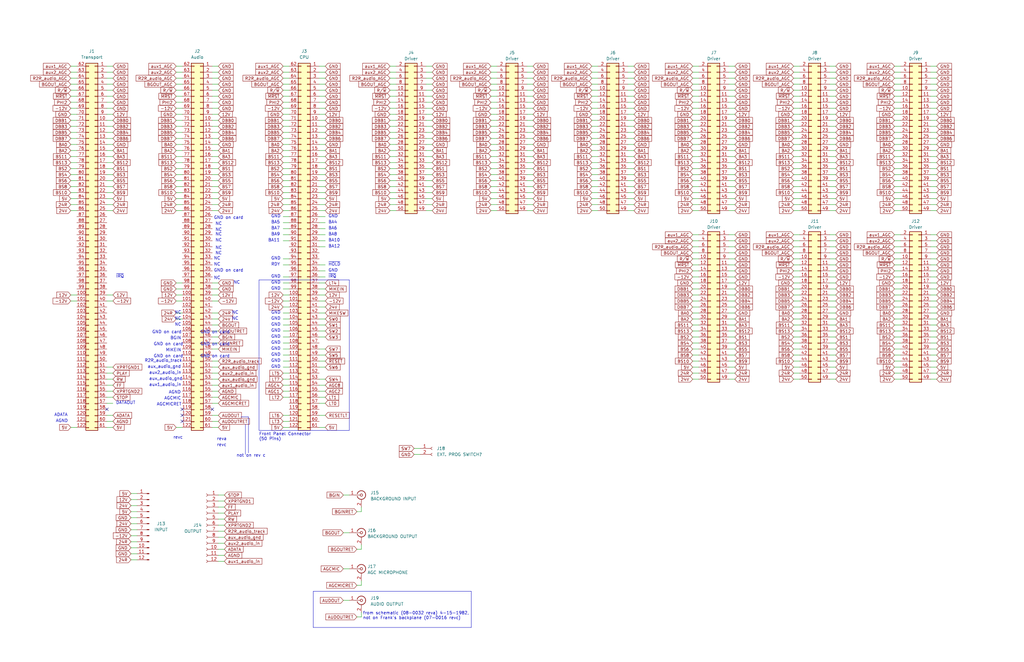
<source format=kicad_sch>
(kicad_sch (version 20230121) (generator eeschema)
  (paper "B")
  (title_block (title "Cyberamic Control Center - Backplane"))
  (no_connect (at 45.085 172.72))
  (no_connect (at 89.535 172.72))
  (no_connect (at 76.835 177.8))
  (no_connect (at 76.835 175.26))
  (no_connect (at 76.835 172.72))
  (wire (pts (xy 264.795 88.9) (xy 267.335 88.9)))
  (wire (pts (xy 45.085 71.12) (xy 47.625 71.12)))
  (wire (pts (xy 134.62 71.12) (xy 137.16 71.12)))
  (wire (pts (xy 89.535 152.4) (xy 92.075 152.4)))
  (wire (pts (xy 334.645 58.42) (xy 337.185 58.42)))
  (wire (pts (xy 249.555 27.94) (xy 252.095 27.94)))
  (wire (pts (xy 119.38 119.38) (xy 121.92 119.38)))
  (wire (pts (xy 334.645 55.88) (xy 337.185 55.88)))
  (wire (pts (xy 249.555 53.34) (xy 252.095 53.34)))
  (wire (pts (xy 119.38 40.64) (xy 121.92 40.64)))
  (wire (pts (xy 29.845 58.42) (xy 32.385 58.42)))
  (wire (pts (xy 264.795 81.28) (xy 267.335 81.28)))
  (wire (pts (xy 164.465 88.9) (xy 167.005 88.9)))
  (wire (pts (xy 89.535 81.28) (xy 92.075 81.28)))
  (polyline (pts (xy 132.08 264.795) (xy 198.755 264.795)))
  (wire (pts (xy 222.25 63.5) (xy 224.79 63.5)))
  (wire (pts (xy 57.785 233.68) (xy 55.245 233.68)))
  (wire (pts (xy 164.465 71.12) (xy 167.005 71.12)))
  (wire (pts (xy 392.43 144.78) (xy 394.97 144.78)))
  (wire (pts (xy 179.705 30.48) (xy 182.245 30.48)))
  (wire (pts (xy 89.535 162.56) (xy 92.075 162.56)))
  (wire (pts (xy 334.645 38.1) (xy 337.185 38.1)))
  (wire (pts (xy 119.38 124.46) (xy 121.92 124.46)))
  (wire (pts (xy 207.01 81.28) (xy 209.55 81.28)))
  (wire (pts (xy 307.34 160.02) (xy 309.88 160.02)))
  (wire (pts (xy 89.535 134.62) (xy 92.075 134.62)))
  (wire (pts (xy 349.885 40.64) (xy 352.425 40.64)))
  (wire (pts (xy 377.19 149.86) (xy 379.73 149.86)))
  (wire (pts (xy 89.535 53.34) (xy 92.075 53.34)))
  (wire (pts (xy 134.62 50.8) (xy 137.16 50.8)))
  (wire (pts (xy 119.38 180.34) (xy 121.92 180.34)))
  (wire (pts (xy 292.1 50.8) (xy 294.64 50.8)))
  (wire (pts (xy 334.645 48.26) (xy 337.185 48.26)))
  (wire (pts (xy 292.1 88.9) (xy 294.64 88.9)))
  (wire (pts (xy 207.01 48.26) (xy 209.55 48.26)))
  (wire (pts (xy 29.845 43.18) (xy 32.385 43.18)))
  (wire (pts (xy 334.645 30.48) (xy 337.185 30.48)))
  (wire (pts (xy 334.645 139.7) (xy 337.185 139.7)))
  (wire (pts (xy 377.19 63.5) (xy 379.73 63.5)))
  (wire (pts (xy 119.38 137.16) (xy 121.92 137.16)))
  (wire (pts (xy 152.4 247.015) (xy 150.495 247.015)))
  (wire (pts (xy 349.885 35.56) (xy 352.425 35.56)))
  (wire (pts (xy 392.43 124.46) (xy 394.97 124.46)))
  (wire (pts (xy 349.885 134.62) (xy 352.425 134.62)))
  (wire (pts (xy 264.795 68.58) (xy 267.335 68.58)))
  (wire (pts (xy 174.625 191.77) (xy 177.165 191.77)))
  (wire (pts (xy 134.62 60.96) (xy 137.16 60.96)))
  (wire (pts (xy 89.535 50.8) (xy 92.075 50.8)))
  (wire (pts (xy 307.34 99.06) (xy 309.88 99.06)))
  (wire (pts (xy 334.645 73.66) (xy 337.185 73.66)))
  (wire (pts (xy 349.885 101.6) (xy 352.425 101.6)))
  (wire (pts (xy 89.535 132.08) (xy 92.075 132.08)))
  (wire (pts (xy 349.885 86.36) (xy 352.425 86.36)))
  (polyline (pts (xy 198.755 264.795) (xy 198.755 249.555)))
  (wire (pts (xy 119.38 30.48) (xy 121.92 30.48)))
  (wire (pts (xy 307.34 43.18) (xy 309.88 43.18)))
  (wire (pts (xy 29.845 78.74) (xy 32.385 78.74)))
  (wire (pts (xy 134.62 165.1) (xy 137.16 165.1)))
  (wire (pts (xy 307.34 129.54) (xy 309.88 129.54)))
  (wire (pts (xy 89.535 170.18) (xy 92.075 170.18)))
  (wire (pts (xy 45.085 66.04) (xy 47.625 66.04)))
  (wire (pts (xy 134.62 30.48) (xy 137.16 30.48)))
  (wire (pts (xy 134.62 86.36) (xy 137.16 86.36)))
  (wire (pts (xy 164.465 33.02) (xy 167.005 33.02)))
  (wire (pts (xy 207.01 63.5) (xy 209.55 63.5)))
  (wire (pts (xy 292.1 53.34) (xy 294.64 53.34)))
  (wire (pts (xy 307.34 119.38) (xy 309.88 119.38)))
  (wire (pts (xy 392.43 58.42) (xy 394.97 58.42)))
  (wire (pts (xy 249.555 33.02) (xy 252.095 33.02)))
  (wire (pts (xy 74.295 88.9) (xy 76.835 88.9)))
  (wire (pts (xy 307.34 81.28) (xy 309.88 81.28)))
  (wire (pts (xy 377.19 132.08) (xy 379.73 132.08)))
  (wire (pts (xy 45.085 167.64) (xy 47.625 167.64)))
  (wire (pts (xy 134.62 99.06) (xy 137.16 99.06)))
  (wire (pts (xy 292.1 104.14) (xy 294.64 104.14)))
  (wire (pts (xy 74.295 48.26) (xy 76.835 48.26)))
  (wire (pts (xy 392.43 149.86) (xy 394.97 149.86)))
  (wire (pts (xy 119.38 53.34) (xy 121.92 53.34)))
  (wire (pts (xy 89.535 73.66) (xy 92.075 73.66)))
  (wire (pts (xy 45.085 78.74) (xy 47.625 78.74)))
  (wire (pts (xy 134.62 180.34) (xy 137.16 180.34)))
  (wire (pts (xy 264.795 30.48) (xy 267.335 30.48)))
  (wire (pts (xy 349.885 127) (xy 352.425 127)))
  (wire (pts (xy 222.25 27.94) (xy 224.79 27.94)))
  (wire (pts (xy 45.085 30.48) (xy 47.625 30.48)))
  (wire (pts (xy 334.645 157.48) (xy 337.185 157.48)))
  (wire (pts (xy 207.01 40.64) (xy 209.55 40.64)))
  (wire (pts (xy 207.01 50.8) (xy 209.55 50.8)))
  (wire (pts (xy 45.085 58.42) (xy 47.625 58.42)))
  (wire (pts (xy 249.555 86.36) (xy 252.095 86.36)))
  (wire (pts (xy 92.075 177.8) (xy 89.535 177.8)))
  (wire (pts (xy 334.645 154.94) (xy 337.185 154.94)))
  (wire (pts (xy 94.615 226.695) (xy 92.075 226.695)))
  (wire (pts (xy 377.19 38.1) (xy 379.73 38.1)))
  (wire (pts (xy 392.43 60.96) (xy 394.97 60.96)))
  (wire (pts (xy 119.38 68.58) (xy 121.92 68.58)))
  (wire (pts (xy 29.845 35.56) (xy 32.385 35.56)))
  (wire (pts (xy 349.885 106.68) (xy 352.425 106.68)))
  (wire (pts (xy 334.645 99.06) (xy 337.185 99.06)))
  (wire (pts (xy 307.34 27.94) (xy 309.88 27.94)))
  (wire (pts (xy 264.795 86.36) (xy 267.335 86.36)))
  (wire (pts (xy 292.1 106.68) (xy 294.64 106.68)))
  (wire (pts (xy 334.645 106.68) (xy 337.185 106.68)))
  (wire (pts (xy 307.34 114.3) (xy 309.88 114.3)))
  (wire (pts (xy 74.295 127) (xy 76.835 127)))
  (wire (pts (xy 29.845 48.26) (xy 32.385 48.26)))
  (wire (pts (xy 377.19 81.28) (xy 379.73 81.28)))
  (wire (pts (xy 134.62 48.26) (xy 137.16 48.26)))
  (wire (pts (xy 222.25 66.04) (xy 224.79 66.04)))
  (wire (pts (xy 249.555 48.26) (xy 252.095 48.26)))
  (wire (pts (xy 179.705 55.88) (xy 182.245 55.88)))
  (wire (pts (xy 119.38 93.98) (xy 121.92 93.98)))
  (wire (pts (xy 334.645 71.12) (xy 337.185 71.12)))
  (wire (pts (xy 222.25 33.02) (xy 224.79 33.02)))
  (wire (pts (xy 207.01 30.48) (xy 209.55 30.48)))
  (wire (pts (xy 89.535 167.64) (xy 92.075 167.64)))
  (wire (pts (xy 292.1 66.04) (xy 294.64 66.04)))
  (wire (pts (xy 45.085 68.58) (xy 47.625 68.58)))
  (wire (pts (xy 134.62 162.56) (xy 137.16 162.56)))
  (wire (pts (xy 164.465 40.64) (xy 167.005 40.64)))
  (wire (pts (xy 334.645 43.18) (xy 337.185 43.18)))
  (wire (pts (xy 349.885 121.92) (xy 352.425 121.92)))
  (wire (pts (xy 29.845 124.46) (xy 32.385 124.46)))
  (wire (pts (xy 134.62 127) (xy 137.16 127)))
  (wire (pts (xy 292.1 121.92) (xy 294.64 121.92)))
  (wire (pts (xy 249.555 71.12) (xy 252.095 71.12)))
  (wire (pts (xy 119.38 63.5) (xy 121.92 63.5)))
  (wire (pts (xy 45.085 53.34) (xy 47.625 53.34)))
  (wire (pts (xy 134.62 149.86) (xy 137.16 149.86)))
  (wire (pts (xy 349.885 55.88) (xy 352.425 55.88)))
  (wire (pts (xy 349.885 116.84) (xy 352.425 116.84)))
  (wire (pts (xy 307.34 111.76) (xy 309.88 111.76)))
  (wire (pts (xy 74.295 66.04) (xy 76.835 66.04)))
  (wire (pts (xy 134.62 101.6) (xy 137.16 101.6)))
  (wire (pts (xy 119.38 91.44) (xy 121.92 91.44)))
  (wire (pts (xy 334.645 104.14) (xy 337.185 104.14)))
  (wire (pts (xy 334.645 78.74) (xy 337.185 78.74)))
  (wire (pts (xy 249.555 76.2) (xy 252.095 76.2)))
  (wire (pts (xy 307.34 101.6) (xy 309.88 101.6)))
  (wire (pts (xy 349.885 60.96) (xy 352.425 60.96)))
  (wire (pts (xy 264.795 71.12) (xy 267.335 71.12)))
  (wire (pts (xy 334.645 76.2) (xy 337.185 76.2)))
  (wire (pts (xy 179.705 45.72) (xy 182.245 45.72)))
  (wire (pts (xy 89.535 119.38) (xy 92.075 119.38)))
  (wire (pts (xy 119.38 127) (xy 121.92 127)))
  (wire (pts (xy 349.885 78.74) (xy 352.425 78.74)))
  (wire (pts (xy 292.1 127) (xy 294.64 127)))
  (wire (pts (xy 89.535 76.2) (xy 92.075 76.2)))
  (wire (pts (xy 207.01 35.56) (xy 209.55 35.56)))
  (wire (pts (xy 144.78 224.79) (xy 147.32 224.79)))
  (wire (pts (xy 292.1 30.48) (xy 294.64 30.48)))
  (wire (pts (xy 29.845 63.5) (xy 32.385 63.5)))
  (wire (pts (xy 164.465 68.58) (xy 167.005 68.58)))
  (wire (pts (xy 119.38 60.96) (xy 121.92 60.96)))
  (wire (pts (xy 349.885 152.4) (xy 352.425 152.4)))
  (wire (pts (xy 392.43 139.7) (xy 394.97 139.7)))
  (wire (pts (xy 307.34 66.04) (xy 309.88 66.04)))
  (wire (pts (xy 377.19 73.66) (xy 379.73 73.66)))
  (wire (pts (xy 119.38 48.26) (xy 121.92 48.26)))
  (wire (pts (xy 29.845 73.66) (xy 32.385 73.66)))
  (wire (pts (xy 134.62 154.94) (xy 137.16 154.94)))
  (wire (pts (xy 392.43 152.4) (xy 394.97 152.4)))
  (wire (pts (xy 392.43 68.58) (xy 394.97 68.58)))
  (wire (pts (xy 349.885 129.54) (xy 352.425 129.54)))
  (wire (pts (xy 45.085 38.1) (xy 47.625 38.1)))
  (wire (pts (xy 307.34 78.74) (xy 309.88 78.74)))
  (wire (pts (xy 164.465 63.5) (xy 167.005 63.5)))
  (wire (pts (xy 392.43 114.3) (xy 394.97 114.3)))
  (wire (pts (xy 307.34 33.02) (xy 309.88 33.02)))
  (wire (pts (xy 264.795 50.8) (xy 267.335 50.8)))
  (wire (pts (xy 292.1 71.12) (xy 294.64 71.12)))
  (wire (pts (xy 45.085 63.5) (xy 47.625 63.5)))
  (wire (pts (xy 334.645 132.08) (xy 337.185 132.08)))
  (wire (pts (xy 334.645 149.86) (xy 337.185 149.86)))
  (wire (pts (xy 119.38 76.2) (xy 121.92 76.2)))
  (wire (pts (xy 164.465 76.2) (xy 167.005 76.2)))
  (wire (pts (xy 29.845 66.04) (xy 32.385 66.04)))
  (wire (pts (xy 164.465 43.18) (xy 167.005 43.18)))
  (wire (pts (xy 392.43 119.38) (xy 394.97 119.38)))
  (wire (pts (xy 57.785 220.98) (xy 55.245 220.98)))
  (wire (pts (xy 74.295 81.28) (xy 76.835 81.28)))
  (wire (pts (xy 349.885 104.14) (xy 352.425 104.14)))
  (wire (pts (xy 377.19 53.34) (xy 379.73 53.34)))
  (wire (pts (xy 152.4 258.445) (xy 152.4 260.35)))
  (wire (pts (xy 119.38 149.86) (xy 121.92 149.86)))
  (wire (pts (xy 377.19 142.24) (xy 379.73 142.24)))
  (wire (pts (xy 334.645 33.02) (xy 337.185 33.02)))
  (wire (pts (xy 307.34 124.46) (xy 309.88 124.46)))
  (wire (pts (xy 292.1 33.02) (xy 294.64 33.02)))
  (wire (pts (xy 377.19 104.14) (xy 379.73 104.14)))
  (wire (pts (xy 94.615 229.235) (xy 92.075 229.235)))
  (wire (pts (xy 94.615 213.995) (xy 92.075 213.995)))
  (wire (pts (xy 307.34 109.22) (xy 309.88 109.22)))
  (polyline (pts (xy 132.08 249.555) (xy 132.08 264.795)))
  (wire (pts (xy 264.795 48.26) (xy 267.335 48.26)))
  (wire (pts (xy 207.01 76.2) (xy 209.55 76.2)))
  (wire (pts (xy 89.535 68.58) (xy 92.075 68.58)))
  (wire (pts (xy 392.43 111.76) (xy 394.97 111.76)))
  (wire (pts (xy 94.615 219.075) (xy 92.075 219.075)))
  (wire (pts (xy 134.62 152.4) (xy 137.16 152.4)))
  (wire (pts (xy 119.38 66.04) (xy 121.92 66.04)))
  (wire (pts (xy 119.38 88.9) (xy 121.92 88.9)))
  (wire (pts (xy 222.25 71.12) (xy 224.79 71.12)))
  (wire (pts (xy 392.43 137.16) (xy 394.97 137.16)))
  (wire (pts (xy 74.295 45.72) (xy 76.835 45.72)))
  (wire (pts (xy 264.795 40.64) (xy 267.335 40.64)))
  (wire (pts (xy 134.62 88.9) (xy 137.16 88.9)))
  (wire (pts (xy 94.615 234.315) (xy 92.075 234.315)))
  (wire (pts (xy 179.705 86.36) (xy 182.245 86.36)))
  (wire (pts (xy 119.38 38.1) (xy 121.92 38.1)))
  (wire (pts (xy 392.43 88.9) (xy 394.97 88.9)))
  (wire (pts (xy 89.535 63.5) (xy 92.075 63.5)))
  (wire (pts (xy 392.43 66.04) (xy 394.97 66.04)))
  (wire (pts (xy 249.555 45.72) (xy 252.095 45.72)))
  (wire (pts (xy 134.62 134.62) (xy 137.16 134.62)))
  (wire (pts (xy 392.43 33.02) (xy 394.97 33.02)))
  (wire (pts (xy 334.645 109.22) (xy 337.185 109.22)))
  (wire (pts (xy 45.085 81.28) (xy 47.625 81.28)))
  (wire (pts (xy 119.38 147.32) (xy 121.92 147.32)))
  (wire (pts (xy 249.555 40.64) (xy 252.095 40.64)))
  (wire (pts (xy 179.705 53.34) (xy 182.245 53.34)))
  (wire (pts (xy 45.085 27.94) (xy 47.625 27.94)))
  (wire (pts (xy 179.705 76.2) (xy 182.245 76.2)))
  (wire (pts (xy 29.845 38.1) (xy 32.385 38.1)))
  (wire (pts (xy 392.43 43.18) (xy 394.97 43.18)))
  (wire (pts (xy 222.25 76.2) (xy 224.79 76.2)))
  (wire (pts (xy 164.465 50.8) (xy 167.005 50.8)))
  (wire (pts (xy 164.465 45.72) (xy 167.005 45.72)))
  (wire (pts (xy 292.1 68.58) (xy 294.64 68.58)))
  (wire (pts (xy 57.785 213.36) (xy 55.245 213.36)))
  (wire (pts (xy 377.19 154.94) (xy 379.73 154.94)))
  (wire (pts (xy 89.535 180.34) (xy 92.075 180.34)))
  (wire (pts (xy 307.34 116.84) (xy 309.88 116.84)))
  (wire (pts (xy 307.34 73.66) (xy 309.88 73.66)))
  (wire (pts (xy 89.535 127) (xy 92.075 127)))
  (wire (pts (xy 292.1 78.74) (xy 294.64 78.74)))
  (wire (pts (xy 292.1 48.26) (xy 294.64 48.26)))
  (wire (pts (xy 134.62 137.16) (xy 137.16 137.16)))
  (wire (pts (xy 334.645 124.46) (xy 337.185 124.46)))
  (wire (pts (xy 377.19 43.18) (xy 379.73 43.18)))
  (wire (pts (xy 377.19 116.84) (xy 379.73 116.84)))
  (wire (pts (xy 392.43 160.02) (xy 394.97 160.02)))
  (wire (pts (xy 29.845 68.58) (xy 32.385 68.58)))
  (wire (pts (xy 134.62 43.18) (xy 137.16 43.18)))
  (wire (pts (xy 222.25 40.64) (xy 224.79 40.64)))
  (wire (pts (xy 222.25 58.42) (xy 224.79 58.42)))
  (wire (pts (xy 292.1 124.46) (xy 294.64 124.46)))
  (wire (pts (xy 249.555 68.58) (xy 252.095 68.58)))
  (wire (pts (xy 134.62 27.94) (xy 137.16 27.94)))
  (wire (pts (xy 119.38 162.56) (xy 121.92 162.56)))
  (wire (pts (xy 207.01 88.9) (xy 209.55 88.9)))
  (wire (pts (xy 392.43 129.54) (xy 394.97 129.54)))
  (wire (pts (xy 292.1 58.42) (xy 294.64 58.42)))
  (wire (pts (xy 377.19 66.04) (xy 379.73 66.04)))
  (wire (pts (xy 74.295 33.02) (xy 76.835 33.02)))
  (wire (pts (xy 134.62 45.72) (xy 137.16 45.72)))
  (wire (pts (xy 334.645 60.96) (xy 337.185 60.96)))
  (wire (pts (xy 222.25 53.34) (xy 224.79 53.34)))
  (wire (pts (xy 307.34 147.32) (xy 309.88 147.32)))
  (wire (pts (xy 89.535 40.64) (xy 92.075 40.64)))
  (wire (pts (xy 29.845 40.64) (xy 32.385 40.64)))
  (wire (pts (xy 134.62 91.44) (xy 137.16 91.44)))
  (wire (pts (xy 264.795 45.72) (xy 267.335 45.72)))
  (wire (pts (xy 74.295 38.1) (xy 76.835 38.1)))
  (wire (pts (xy 45.085 127) (xy 47.625 127)))
  (wire (pts (xy 57.785 236.22) (xy 55.245 236.22)))
  (wire (pts (xy 392.43 104.14) (xy 394.97 104.14)))
  (wire (pts (xy 392.43 86.36) (xy 394.97 86.36)))
  (wire (pts (xy 45.085 50.8) (xy 47.625 50.8)))
  (wire (pts (xy 292.1 81.28) (xy 294.64 81.28)))
  (wire (pts (xy 292.1 160.02) (xy 294.64 160.02)))
  (wire (pts (xy 392.43 50.8) (xy 394.97 50.8)))
  (wire (pts (xy 207.01 73.66) (xy 209.55 73.66)))
  (wire (pts (xy 119.38 99.06) (xy 121.92 99.06)))
  (wire (pts (xy 89.535 160.02) (xy 92.075 160.02)))
  (wire (pts (xy 89.535 45.72) (xy 92.075 45.72)))
  (wire (pts (xy 119.38 129.54) (xy 121.92 129.54)))
  (wire (pts (xy 134.62 58.42) (xy 137.16 58.42)))
  (wire (pts (xy 164.465 53.34) (xy 167.005 53.34)))
  (wire (pts (xy 334.645 68.58) (xy 337.185 68.58)))
  (wire (pts (xy 334.645 50.8) (xy 337.185 50.8)))
  (wire (pts (xy 292.1 38.1) (xy 294.64 38.1)))
  (wire (pts (xy 119.38 27.94) (xy 121.92 27.94)))
  (wire (pts (xy 207.01 43.18) (xy 209.55 43.18)))
  (wire (pts (xy 179.705 60.96) (xy 182.245 60.96)))
  (wire (pts (xy 377.19 137.16) (xy 379.73 137.16)))
  (wire (pts (xy 94.615 221.615) (xy 92.075 221.615)))
  (wire (pts (xy 334.645 53.34) (xy 337.185 53.34)))
  (wire (pts (xy 349.885 109.22) (xy 352.425 109.22)))
  (wire (pts (xy 377.19 50.8) (xy 379.73 50.8)))
  (wire (pts (xy 307.34 137.16) (xy 309.88 137.16)))
  (wire (pts (xy 89.535 33.02) (xy 92.075 33.02)))
  (wire (pts (xy 179.705 73.66) (xy 182.245 73.66)))
  (wire (pts (xy 164.465 55.88) (xy 167.005 55.88)))
  (wire (pts (xy 222.25 60.96) (xy 224.79 60.96)))
  (wire (pts (xy 74.295 30.48) (xy 76.835 30.48)))
  (wire (pts (xy 29.845 76.2) (xy 32.385 76.2)))
  (wire (pts (xy 349.885 147.32) (xy 352.425 147.32)))
  (wire (pts (xy 119.38 86.36) (xy 121.92 86.36)))
  (wire (pts (xy 57.785 210.82) (xy 55.245 210.82)))
  (wire (pts (xy 264.795 27.94) (xy 267.335 27.94)))
  (wire (pts (xy 377.19 152.4) (xy 379.73 152.4)))
  (wire (pts (xy 134.62 111.76) (xy 137.16 111.76)))
  (wire (pts (xy 164.465 27.94) (xy 167.005 27.94)))
  (wire (pts (xy 377.19 55.88) (xy 379.73 55.88)))
  (wire (pts (xy 292.1 73.66) (xy 294.64 73.66)))
  (wire (pts (xy 307.34 48.26) (xy 309.88 48.26)))
  (wire (pts (xy 392.43 83.82) (xy 394.97 83.82)))
  (wire (pts (xy 292.1 99.06) (xy 294.64 99.06)))
  (wire (pts (xy 334.645 111.76) (xy 337.185 111.76)))
  (wire (pts (xy 292.1 83.82) (xy 294.64 83.82)))
  (wire (pts (xy 334.645 114.3) (xy 337.185 114.3)))
  (wire (pts (xy 377.19 60.96) (xy 379.73 60.96)))
  (wire (pts (xy 392.43 134.62) (xy 394.97 134.62)))
  (wire (pts (xy 89.535 78.74) (xy 92.075 78.74)))
  (wire (pts (xy 264.795 55.88) (xy 267.335 55.88)))
  (wire (pts (xy 349.885 137.16) (xy 352.425 137.16)))
  (wire (pts (xy 119.38 45.72) (xy 121.92 45.72)))
  (wire (pts (xy 134.62 76.2) (xy 137.16 76.2)))
  (wire (pts (xy 377.19 160.02) (xy 379.73 160.02)))
  (wire (pts (xy 29.845 30.48) (xy 32.385 30.48)))
  (wire (pts (xy 134.62 139.7) (xy 137.16 139.7)))
  (wire (pts (xy 29.845 71.12) (xy 32.385 71.12)))
  (wire (pts (xy 292.1 76.2) (xy 294.64 76.2)))
  (wire (pts (xy 349.885 132.08) (xy 352.425 132.08)))
  (wire (pts (xy 119.38 55.88) (xy 121.92 55.88)))
  (wire (pts (xy 334.645 81.28) (xy 337.185 81.28)))
  (wire (pts (xy 334.645 152.4) (xy 337.185 152.4)))
  (wire (pts (xy 334.645 66.04) (xy 337.185 66.04)))
  (wire (pts (xy 74.295 76.2) (xy 76.835 76.2)))
  (wire (pts (xy 292.1 40.64) (xy 294.64 40.64)))
  (wire (pts (xy 134.62 132.08) (xy 137.16 132.08)))
  (wire (pts (xy 392.43 121.92) (xy 394.97 121.92)))
  (wire (pts (xy 45.085 76.2) (xy 47.625 76.2)))
  (wire (pts (xy 45.085 45.72) (xy 47.625 45.72)))
  (wire (pts (xy 119.38 157.48) (xy 121.92 157.48)))
  (wire (pts (xy 249.555 63.5) (xy 252.095 63.5)))
  (wire (pts (xy 307.34 83.82) (xy 309.88 83.82)))
  (wire (pts (xy 349.885 124.46) (xy 352.425 124.46)))
  (wire (pts (xy 222.25 83.82) (xy 224.79 83.82)))
  (wire (pts (xy 45.085 35.56) (xy 47.625 35.56)))
  (wire (pts (xy 249.555 73.66) (xy 252.095 73.66)))
  (wire (pts (xy 334.645 63.5) (xy 337.185 63.5)))
  (wire (pts (xy 74.295 63.5) (xy 76.835 63.5)))
  (wire (pts (xy 45.085 86.36) (xy 47.625 86.36)))
  (wire (pts (xy 392.43 132.08) (xy 394.97 132.08)))
  (wire (pts (xy 179.705 66.04) (xy 182.245 66.04)))
  (wire (pts (xy 207.01 58.42) (xy 209.55 58.42)))
  (wire (pts (xy 377.19 106.68) (xy 379.73 106.68)))
  (wire (pts (xy 307.34 50.8) (xy 309.88 50.8)))
  (wire (pts (xy 207.01 27.94) (xy 209.55 27.94)))
  (wire (pts (xy 57.785 208.28) (xy 55.245 208.28)))
  (wire (pts (xy 89.535 154.94) (xy 92.075 154.94)))
  (wire (pts (xy 164.465 78.74) (xy 167.005 78.74)))
  (wire (pts (xy 292.1 134.62) (xy 294.64 134.62)))
  (wire (pts (xy 179.705 63.5) (xy 182.245 63.5)))
  (wire (pts (xy 307.34 144.78) (xy 309.88 144.78)))
  (wire (pts (xy 134.62 38.1) (xy 137.16 38.1)))
  (wire (pts (xy 134.62 83.82) (xy 137.16 83.82)))
  (wire (pts (xy 179.705 50.8) (xy 182.245 50.8)))
  (wire (pts (xy 249.555 50.8) (xy 252.095 50.8)))
  (wire (pts (xy 29.845 27.94) (xy 32.385 27.94)))
  (wire (pts (xy 119.38 144.78) (xy 121.92 144.78)))
  (wire (pts (xy 222.25 50.8) (xy 224.79 50.8)))
  (wire (pts (xy 249.555 43.18) (xy 252.095 43.18)))
  (wire (pts (xy 152.4 215.9) (xy 152.4 213.995)))
  (wire (pts (xy 89.535 55.88) (xy 92.075 55.88)))
  (wire (pts (xy 74.295 35.56) (xy 76.835 35.56)))
  (wire (pts (xy 349.885 139.7) (xy 352.425 139.7)))
  (wire (pts (xy 392.43 78.74) (xy 394.97 78.74)))
  (wire (pts (xy 249.555 58.42) (xy 252.095 58.42)))
  (wire (pts (xy 307.34 71.12) (xy 309.88 71.12)))
  (wire (pts (xy 89.535 142.24) (xy 92.075 142.24)))
  (wire (pts (xy 74.295 71.12) (xy 76.835 71.12)))
  (wire (pts (xy 292.1 114.3) (xy 294.64 114.3)))
  (wire (pts (xy 307.34 38.1) (xy 309.88 38.1)))
  (wire (pts (xy 377.19 134.62) (xy 379.73 134.62)))
  (wire (pts (xy 222.25 35.56) (xy 224.79 35.56)))
  (wire (pts (xy 307.34 35.56) (xy 309.88 35.56)))
  (polyline (pts (xy 132.08 249.555) (xy 198.755 249.555)))
  (wire (pts (xy 392.43 142.24) (xy 394.97 142.24)))
  (wire (pts (xy 392.43 35.56) (xy 394.97 35.56)))
  (wire (pts (xy 134.62 167.64) (xy 137.16 167.64)))
  (wire (pts (xy 57.785 223.52) (xy 55.245 223.52)))
  (wire (pts (xy 134.62 73.66) (xy 137.16 73.66)))
  (wire (pts (xy 89.535 30.48) (xy 92.075 30.48)))
  (wire (pts (xy 264.795 60.96) (xy 267.335 60.96)))
  (wire (pts (xy 164.465 58.42) (xy 167.005 58.42)))
  (wire (pts (xy 349.885 71.12) (xy 352.425 71.12)))
  (wire (pts (xy 89.535 48.26) (xy 92.075 48.26)))
  (wire (pts (xy 249.555 88.9) (xy 252.095 88.9)))
  (wire (pts (xy 74.295 121.92) (xy 76.835 121.92)))
  (wire (pts (xy 45.085 43.18) (xy 47.625 43.18)))
  (wire (pts (xy 307.34 139.7) (xy 309.88 139.7)))
  (wire (pts (xy 377.19 119.38) (xy 379.73 119.38)))
  (wire (pts (xy 349.885 68.58) (xy 352.425 68.58)))
  (wire (pts (xy 249.555 35.56) (xy 252.095 35.56)))
  (wire (pts (xy 307.34 132.08) (xy 309.88 132.08)))
  (wire (pts (xy 179.705 40.64) (xy 182.245 40.64)))
  (wire (pts (xy 292.1 101.6) (xy 294.64 101.6)))
  (wire (pts (xy 89.535 88.9) (xy 92.075 88.9)))
  (wire (pts (xy 222.25 43.18) (xy 224.79 43.18)))
  (wire (pts (xy 179.705 33.02) (xy 182.245 33.02)))
  (wire (pts (xy 134.62 160.02) (xy 137.16 160.02)))
  (wire (pts (xy 150.495 215.9) (xy 152.4 215.9)))
  (wire (pts (xy 89.535 58.42) (xy 92.075 58.42)))
  (wire (pts (xy 134.62 116.84) (xy 137.16 116.84)))
  (wire (pts (xy 334.645 116.84) (xy 337.185 116.84)))
  (wire (pts (xy 45.085 162.56) (xy 47.625 162.56)))
  (wire (pts (xy 29.845 81.28) (xy 32.385 81.28)))
  (wire (pts (xy 179.705 48.26) (xy 182.245 48.26)))
  (wire (pts (xy 74.295 124.46) (xy 76.835 124.46)))
  (wire (pts (xy 179.705 78.74) (xy 182.245 78.74)))
  (wire (pts (xy 307.34 86.36) (xy 309.88 86.36)))
  (wire (pts (xy 349.885 154.94) (xy 352.425 154.94)))
  (wire (pts (xy 207.01 71.12) (xy 209.55 71.12)))
  (wire (pts (xy 392.43 147.32) (xy 394.97 147.32)))
  (wire (pts (xy 134.62 104.14) (xy 137.16 104.14)))
  (wire (pts (xy 334.645 137.16) (xy 337.185 137.16)))
  (wire (pts (xy 179.705 35.56) (xy 182.245 35.56)))
  (wire (pts (xy 392.43 154.94) (xy 394.97 154.94)))
  (wire (pts (xy 349.885 27.94) (xy 352.425 27.94)))
  (wire (pts (xy 392.43 27.94) (xy 394.97 27.94)))
  (wire (pts (xy 74.295 132.08) (xy 76.835 132.08)))
  (wire (pts (xy 29.845 55.88) (xy 32.385 55.88)))
  (wire (pts (xy 264.795 38.1) (xy 267.335 38.1)))
  (wire (pts (xy 377.19 139.7) (xy 379.73 139.7)))
  (wire (pts (xy 349.885 53.34) (xy 352.425 53.34)))
  (wire (pts (xy 29.845 53.34) (xy 32.385 53.34)))
  (wire (pts (xy 74.295 180.34) (xy 76.835 180.34)))
  (wire (pts (xy 292.1 116.84) (xy 294.64 116.84)))
  (wire (pts (xy 377.19 157.48) (xy 379.73 157.48)))
  (wire (pts (xy 392.43 109.22) (xy 394.97 109.22)))
  (wire (pts (xy 222.25 45.72) (xy 224.79 45.72)))
  (wire (pts (xy 134.62 78.74) (xy 137.16 78.74)))
  (wire (pts (xy 392.43 157.48) (xy 394.97 157.48)))
  (wire (pts (xy 349.885 88.9) (xy 352.425 88.9)))
  (wire (pts (xy 57.785 226.06) (xy 55.245 226.06)))
  (wire (pts (xy 179.705 71.12) (xy 182.245 71.12)))
  (wire (pts (xy 392.43 73.66) (xy 394.97 73.66)))
  (wire (pts (xy 222.25 86.36) (xy 224.79 86.36)))
  (wire (pts (xy 119.38 73.66) (xy 121.92 73.66)))
  (wire (pts (xy 292.1 119.38) (xy 294.64 119.38)))
  (wire (pts (xy 89.535 124.46) (xy 92.075 124.46)))
  (wire (pts (xy 377.19 78.74) (xy 379.73 78.74)))
  (wire (pts (xy 119.38 33.02) (xy 121.92 33.02)))
  (wire (pts (xy 119.38 109.22) (xy 121.92 109.22)))
  (wire (pts (xy 292.1 142.24) (xy 294.64 142.24)))
  (wire (pts (xy 307.34 142.24) (xy 309.88 142.24)))
  (wire (pts (xy 45.085 55.88) (xy 47.625 55.88)))
  (wire (pts (xy 29.845 180.34) (xy 32.385 180.34)))
  (wire (pts (xy 119.38 71.12) (xy 121.92 71.12)))
  (wire (pts (xy 392.43 40.64) (xy 394.97 40.64)))
  (wire (pts (xy 392.43 63.5) (xy 394.97 63.5)))
  (wire (pts (xy 349.885 38.1) (xy 352.425 38.1)))
  (wire (pts (xy 349.885 66.04) (xy 352.425 66.04)))
  (wire (pts (xy 134.62 66.04) (xy 137.16 66.04)))
  (wire (pts (xy 377.19 109.22) (xy 379.73 109.22)))
  (wire (pts (xy 292.1 55.88) (xy 294.64 55.88)))
  (wire (pts (xy 392.43 48.26) (xy 394.97 48.26)))
  (wire (pts (xy 392.43 99.06) (xy 394.97 99.06)))
  (wire (pts (xy 392.43 76.2) (xy 394.97 76.2)))
  (wire (pts (xy 207.01 53.34) (xy 209.55 53.34)))
  (wire (pts (xy 334.645 147.32) (xy 337.185 147.32)))
  (wire (pts (xy 349.885 76.2) (xy 352.425 76.2)))
  (wire (pts (xy 392.43 45.72) (xy 394.97 45.72)))
  (wire (pts (xy 307.34 127) (xy 309.88 127)))
  (wire (pts (xy 134.62 55.88) (xy 137.16 55.88)))
  (polyline (pts (xy 104.775 175.895) (xy 104.775 191.135)))
  (wire (pts (xy 307.34 55.88) (xy 309.88 55.88)))
  (wire (pts (xy 119.38 81.28) (xy 121.92 81.28)))
  (wire (pts (xy 307.34 88.9) (xy 309.88 88.9)))
  (wire (pts (xy 164.465 60.96) (xy 167.005 60.96)))
  (wire (pts (xy 222.25 38.1) (xy 224.79 38.1)))
  (wire (pts (xy 377.19 101.6) (xy 379.73 101.6)))
  (wire (pts (xy 89.535 121.92) (xy 92.075 121.92)))
  (wire (pts (xy 89.535 38.1) (xy 92.075 38.1)))
  (wire (pts (xy 57.785 228.6) (xy 55.245 228.6)))
  (wire (pts (xy 392.43 38.1) (xy 394.97 38.1)))
  (wire (pts (xy 89.535 43.18) (xy 92.075 43.18)))
  (wire (pts (xy 134.62 119.38) (xy 137.16 119.38)))
  (wire (pts (xy 134.62 81.28) (xy 137.16 81.28)))
  (wire (pts (xy 119.38 160.02) (xy 121.92 160.02)))
  (wire (pts (xy 334.645 45.72) (xy 337.185 45.72)))
  (wire (pts (xy 349.885 83.82) (xy 352.425 83.82)))
  (wire (pts (xy 307.34 53.34) (xy 309.88 53.34)))
  (wire (pts (xy 349.885 119.38) (xy 352.425 119.38)))
  (wire (pts (xy 207.01 66.04) (xy 209.55 66.04)))
  (wire (pts (xy 334.645 27.94) (xy 337.185 27.94)))
  (wire (pts (xy 45.085 165.1) (xy 47.625 165.1)))
  (wire (pts (xy 307.34 76.2) (xy 309.88 76.2)))
  (wire (pts (xy 207.01 78.74) (xy 209.55 78.74)))
  (wire (pts (xy 349.885 50.8) (xy 352.425 50.8)))
  (wire (pts (xy 292.1 35.56) (xy 294.64 35.56)))
  (wire (pts (xy 349.885 160.02) (xy 352.425 160.02)))
  (wire (pts (xy 89.535 139.7) (xy 92.075 139.7)))
  (wire (pts (xy 377.19 124.46) (xy 379.73 124.46)))
  (wire (pts (xy 29.845 86.36) (xy 32.385 86.36)))
  (wire (pts (xy 349.885 33.02) (xy 352.425 33.02)))
  (wire (pts (xy 349.885 111.76) (xy 352.425 111.76)))
  (wire (pts (xy 377.19 86.36) (xy 379.73 86.36)))
  (wire (pts (xy 164.465 83.82) (xy 167.005 83.82)))
  (wire (pts (xy 292.1 132.08) (xy 294.64 132.08)))
  (wire (pts (xy 264.795 78.74) (xy 267.335 78.74)))
  (wire (pts (xy 119.38 83.82) (xy 121.92 83.82)))
  (wire (pts (xy 89.535 83.82) (xy 92.075 83.82)))
  (wire (pts (xy 349.885 114.3) (xy 352.425 114.3)))
  (wire (pts (xy 74.295 53.34) (xy 76.835 53.34)))
  (wire (pts (xy 134.62 40.64) (xy 137.16 40.64)))
  (wire (pts (xy 89.535 71.12) (xy 92.075 71.12)))
  (wire (pts (xy 179.705 81.28) (xy 182.245 81.28)))
  (wire (pts (xy 377.19 111.76) (xy 379.73 111.76)))
  (wire (pts (xy 134.62 33.02) (xy 137.16 33.02)))
  (wire (pts (xy 207.01 45.72) (xy 209.55 45.72)))
  (wire (pts (xy 222.25 48.26) (xy 224.79 48.26)))
  (wire (pts (xy 222.25 30.48) (xy 224.79 30.48)))
  (wire (pts (xy 94.615 208.915) (xy 92.075 208.915)))
  (wire (pts (xy 94.615 216.535) (xy 92.075 216.535)))
  (wire (pts (xy 377.19 127) (xy 379.73 127)))
  (wire (pts (xy 179.705 58.42) (xy 182.245 58.42)))
  (wire (pts (xy 134.62 96.52) (xy 137.16 96.52)))
  (wire (pts (xy 377.19 58.42) (xy 379.73 58.42)))
  (wire (pts (xy 292.1 149.86) (xy 294.64 149.86)))
  (wire (pts (xy 292.1 157.48) (xy 294.64 157.48)))
  (wire (pts (xy 119.38 154.94) (xy 121.92 154.94)))
  (wire (pts (xy 119.38 101.6) (xy 121.92 101.6)))
  (wire (pts (xy 292.1 27.94) (xy 294.64 27.94)))
  (wire (pts (xy 179.705 38.1) (xy 182.245 38.1)))
  (wire (pts (xy 89.535 27.94) (xy 92.075 27.94)))
  (wire (pts (xy 45.085 88.9) (xy 47.625 88.9)))
  (wire (pts (xy 334.645 144.78) (xy 337.185 144.78)))
  (wire (pts (xy 264.795 63.5) (xy 267.335 63.5)))
  (wire (pts (xy 45.085 40.64) (xy 47.625 40.64)))
  (wire (pts (xy 119.38 35.56) (xy 121.92 35.56)))
  (wire (pts (xy 89.535 144.78) (xy 92.075 144.78)))
  (wire (pts (xy 334.645 127) (xy 337.185 127)))
  (wire (pts (xy 292.1 63.5) (xy 294.64 63.5)))
  (wire (pts (xy 377.19 147.32) (xy 379.73 147.32)))
  (wire (pts (xy 264.795 83.82) (xy 267.335 83.82)))
  (wire (pts (xy 152.4 245.11) (xy 152.4 247.015)))
  (wire (pts (xy 349.885 73.66) (xy 352.425 73.66)))
  (wire (pts (xy 29.845 33.02) (xy 32.385 33.02)))
  (wire (pts (xy 222.25 78.74) (xy 224.79 78.74)))
  (wire (pts (xy 119.38 50.8) (xy 121.92 50.8)))
  (wire (pts (xy 392.43 53.34) (xy 394.97 53.34)))
  (wire (pts (xy 119.38 134.62) (xy 121.92 134.62)))
  (wire (pts (xy 349.885 81.28) (xy 352.425 81.28)))
  (wire (pts (xy 152.4 260.35) (xy 150.495 260.35)))
  (wire (pts (xy 45.085 154.94) (xy 47.625 154.94)))
  (wire (pts (xy 349.885 43.18) (xy 352.425 43.18)))
  (wire (pts (xy 152.4 231.775) (xy 150.495 231.775)))
  (wire (pts (xy 377.19 114.3) (xy 379.73 114.3)))
  (wire (pts (xy 377.19 48.26) (xy 379.73 48.26)))
  (wire (pts (xy 164.465 35.56) (xy 167.005 35.56)))
  (wire (pts (xy 349.885 149.86) (xy 352.425 149.86)))
  (wire (pts (xy 45.085 170.18) (xy 47.625 170.18)))
  (wire (pts (xy 377.19 129.54) (xy 379.73 129.54)))
  (wire (pts (xy 377.19 71.12) (xy 379.73 71.12)))
  (wire (pts (xy 164.465 73.66) (xy 167.005 73.66)))
  (wire (pts (xy 164.465 38.1) (xy 167.005 38.1)))
  (wire (pts (xy 144.78 253.365) (xy 147.32 253.365)))
  (wire (pts (xy 264.795 58.42) (xy 267.335 58.42)))
  (wire (pts (xy 307.34 45.72) (xy 309.88 45.72)))
  (wire (pts (xy 349.885 157.48) (xy 352.425 157.48)))
  (wire (pts (xy 292.1 152.4) (xy 294.64 152.4)))
  (wire (pts (xy 334.645 40.64) (xy 337.185 40.64)))
  (wire (pts (xy 392.43 127) (xy 394.97 127)))
  (wire (pts (xy 377.19 45.72) (xy 379.73 45.72)))
  (wire (pts (xy 377.19 40.64) (xy 379.73 40.64)))
  (wire (pts (xy 92.075 175.26) (xy 89.535 175.26)))
  (wire (pts (xy 349.885 30.48) (xy 352.425 30.48)))
  (wire (pts (xy 249.555 55.88) (xy 252.095 55.88)))
  (wire (pts (xy 307.34 68.58) (xy 309.88 68.58)))
  (wire (pts (xy 74.295 134.62) (xy 76.835 134.62)))
  (wire (pts (xy 292.1 60.96) (xy 294.64 60.96)))
  (wire (pts (xy 377.19 99.06) (xy 379.73 99.06)))
  (wire (pts (xy 119.38 58.42) (xy 121.92 58.42)))
  (wire (pts (xy 264.795 76.2) (xy 267.335 76.2)))
  (wire (pts (xy 119.38 139.7) (xy 121.92 139.7)))
  (wire (pts (xy 89.535 86.36) (xy 92.075 86.36)))
  (wire (pts (xy 392.43 116.84) (xy 394.97 116.84)))
  (wire (pts (xy 307.34 60.96) (xy 309.88 60.96)))
  (wire (pts (xy 74.295 73.66) (xy 76.835 73.66)))
  (wire (pts (xy 45.085 180.34) (xy 47.625 180.34)))
  (wire (pts (xy 307.34 154.94) (xy 309.88 154.94)))
  (wire (pts (xy 249.555 78.74) (xy 252.095 78.74)))
  (wire (pts (xy 74.295 50.8) (xy 76.835 50.8)))
  (wire (pts (xy 164.465 66.04) (xy 167.005 66.04)))
  (wire (pts (xy 222.25 73.66) (xy 224.79 73.66)))
  (wire (pts (xy 45.085 177.8) (xy 47.625 177.8)))
  (wire (pts (xy 119.38 167.64) (xy 121.92 167.64)))
  (wire (pts (xy 144.78 208.915) (xy 147.32 208.915)))
  (wire (pts (xy 74.295 55.88) (xy 76.835 55.88)))
  (wire (pts (xy 164.465 86.36) (xy 167.005 86.36)))
  (wire (pts (xy 74.295 58.42) (xy 76.835 58.42)))
  (wire (pts (xy 74.295 60.96) (xy 76.835 60.96)))
  (wire (pts (xy 57.785 215.9) (xy 55.245 215.9)))
  (wire (pts (xy 179.705 83.82) (xy 182.245 83.82)))
  (wire (pts (xy 264.795 43.18) (xy 267.335 43.18)))
  (wire (pts (xy 134.62 53.34) (xy 137.16 53.34)))
  (wire (pts (xy 152.4 229.87) (xy 152.4 231.775)))
  (wire (pts (xy 94.615 231.775) (xy 92.075 231.775)))
  (wire (pts (xy 45.085 175.26) (xy 47.625 175.26)))
  (wire (pts (xy 45.085 124.46) (xy 47.625 124.46)))
  (wire (pts (xy 334.645 101.6) (xy 337.185 101.6)))
  (wire (pts (xy 29.845 88.9) (xy 32.385 88.9)))
  (wire (pts (xy 74.295 119.38) (xy 76.835 119.38)))
  (wire (pts (xy 292.1 43.18) (xy 294.64 43.18)))
  (wire (pts (xy 45.085 73.66) (xy 47.625 73.66)))
  (wire (pts (xy 164.465 48.26) (xy 167.005 48.26)))
  (wire (pts (xy 334.645 129.54) (xy 337.185 129.54)))
  (wire (pts (xy 307.34 152.4) (xy 309.88 152.4)))
  (wire (pts (xy 179.705 43.18) (xy 182.245 43.18)))
  (wire (pts (xy 292.1 139.7) (xy 294.64 139.7)))
  (wire (pts (xy 377.19 121.92) (xy 379.73 121.92)))
  (wire (pts (xy 134.62 121.92) (xy 137.16 121.92)))
  (wire (pts (xy 349.885 45.72) (xy 352.425 45.72)))
  (wire (pts (xy 207.01 86.36) (xy 209.55 86.36)))
  (wire (pts (xy 29.845 127) (xy 32.385 127)))
  (wire (pts (xy 119.38 165.1) (xy 121.92 165.1)))
  (wire (pts (xy 89.535 137.16) (xy 92.075 137.16)))
  (wire (pts (xy 74.295 68.58) (xy 76.835 68.58)))
  (wire (pts (xy 292.1 144.78) (xy 294.64 144.78)))
  (wire (pts (xy 207.01 60.96) (xy 209.55 60.96)))
  (wire (pts (xy 292.1 86.36) (xy 294.64 86.36)))
  (wire (pts (xy 222.25 81.28) (xy 224.79 81.28)))
  (wire (pts (xy 377.19 30.48) (xy 379.73 30.48)))
  (wire (pts (xy 307.34 30.48) (xy 309.88 30.48)))
  (wire (pts (xy 119.38 96.52) (xy 121.92 96.52)))
  (wire (pts (xy 307.34 106.68) (xy 309.88 106.68)))
  (wire (pts (xy 334.645 86.36) (xy 337.185 86.36)))
  (wire (pts (xy 89.535 35.56) (xy 92.075 35.56)))
  (wire (pts (xy 134.62 93.98) (xy 137.16 93.98)))
  (wire (pts (xy 222.25 55.88) (xy 224.79 55.88)))
  (wire (pts (xy 307.34 58.42) (xy 309.88 58.42)))
  (wire (pts (xy 207.01 55.88) (xy 209.55 55.88)))
  (wire (pts (xy 134.62 124.46) (xy 137.16 124.46)))
  (wire (pts (xy 119.38 111.76) (xy 121.92 111.76)))
  (wire (pts (xy 264.795 73.66) (xy 267.335 73.66)))
  (wire (pts (xy 349.885 144.78) (xy 352.425 144.78)))
  (wire (pts (xy 119.38 78.74) (xy 121.92 78.74)))
  (wire (pts (xy 349.885 48.26) (xy 352.425 48.26)))
  (wire (pts (xy 349.885 63.5) (xy 352.425 63.5)))
  (wire (pts (xy 292.1 45.72) (xy 294.64 45.72)))
  (wire (pts (xy 207.01 38.1) (xy 209.55 38.1)))
  (wire (pts (xy 292.1 147.32) (xy 294.64 147.32)))
  (wire (pts (xy 45.085 33.02) (xy 47.625 33.02)))
  (wire (pts (xy 57.785 218.44) (xy 55.245 218.44)))
  (wire (pts (xy 292.1 137.16) (xy 294.64 137.16)))
  (wire (pts (xy 334.645 35.56) (xy 337.185 35.56)))
  (wire (pts (xy 89.535 157.48) (xy 92.075 157.48)))
  (wire (pts (xy 377.19 27.94) (xy 379.73 27.94)))
  (wire (pts (xy 249.555 30.48) (xy 252.095 30.48)))
  (wire (pts (xy 74.295 43.18) (xy 76.835 43.18)))
  (wire (pts (xy 45.085 157.48) (xy 47.625 157.48)))
  (wire (pts (xy 249.555 38.1) (xy 252.095 38.1)))
  (wire (pts (xy 119.38 116.84) (xy 121.92 116.84)))
  (wire (pts (xy 119.38 43.18) (xy 121.92 43.18)))
  (wire (pts (xy 89.535 147.32) (xy 92.075 147.32)))
  (wire (pts (xy 119.38 177.8) (xy 121.92 177.8)))
  (wire (pts (xy 307.34 40.64) (xy 309.88 40.64)))
  (wire (pts (xy 334.645 134.62) (xy 337.185 134.62)))
  (wire (pts (xy 45.085 48.26) (xy 47.625 48.26)))
  (wire (pts (xy 377.19 144.78) (xy 379.73 144.78)))
  (wire (pts (xy 249.555 66.04) (xy 252.095 66.04)))
  (wire (pts (xy 94.615 211.455) (xy 92.075 211.455)))
  (wire (pts (xy 222.25 68.58) (xy 224.79 68.58)))
  (wire (pts (xy 207.01 33.02) (xy 209.55 33.02)))
  (wire (pts (xy 307.34 149.86) (xy 309.88 149.86)))
  (wire (pts (xy 264.795 33.02) (xy 267.335 33.02)))
  (wire (pts (xy 29.845 50.8) (xy 32.385 50.8)))
  (wire (pts (xy 377.19 33.02) (xy 379.73 33.02)))
  (wire (pts (xy 179.705 88.9) (xy 182.245 88.9)))
  (wire (pts (xy 349.885 99.06) (xy 352.425 99.06)))
  (wire (pts (xy 349.885 58.42) (xy 352.425 58.42)))
  (wire (pts (xy 392.43 81.28) (xy 394.97 81.28)))
  (wire (pts (xy 29.845 83.82) (xy 32.385 83.82)))
  (wire (pts (xy 392.43 71.12) (xy 394.97 71.12)))
  (wire (pts (xy 264.795 66.04) (xy 267.335 66.04)))
  (wire (pts (xy 334.645 160.02) (xy 337.185 160.02)))
  (wire (pts (xy 377.19 83.82) (xy 379.73 83.82)))
  (polyline (pts (xy 101.6 175.895) (xy 104.775 175.895)))
  (wire (pts (xy 307.34 63.5) (xy 309.88 63.5)))
  (wire (pts (xy 89.535 165.1) (xy 92.075 165.1)))
  (wire (pts (xy 89.535 66.04) (xy 92.075 66.04)))
  (wire (pts (xy 377.19 35.56) (xy 379.73 35.56)))
  (wire (pts (xy 134.62 170.18) (xy 137.16 170.18)))
  (wire (pts (xy 74.295 27.94) (xy 76.835 27.94)))
  (wire (pts (xy 264.795 35.56) (xy 267.335 35.56)))
  (wire (pts (xy 119.38 142.24) (xy 121.92 142.24)))
  (polyline (pts (xy 103.505 179.07) (xy 103.505 191.77)))
  (wire (pts (xy 134.62 114.3) (xy 137.16 114.3)))
  (wire (pts (xy 307.34 157.48) (xy 309.88 157.48)))
  (wire (pts (xy 45.085 83.82) (xy 47.625 83.82)))
  (wire (pts (xy 292.1 154.94) (xy 294.64 154.94)))
  (wire (pts (xy 57.785 231.14) (xy 55.245 231.14)))
  (wire (pts (xy 249.555 60.96) (xy 252.095 60.96)))
  (wire (pts (xy 74.295 40.64) (xy 76.835 40.64)))
  (wire (pts (xy 392.43 55.88) (xy 394.97 55.88)))
  (wire (pts (xy 222.25 88.9) (xy 224.79 88.9)))
  (wire (pts (xy 134.62 142.24) (xy 137.16 142.24)))
  (wire (pts (xy 45.085 160.02) (xy 47.625 160.02)))
  (wire (pts (xy 292.1 129.54) (xy 294.64 129.54)))
  (wire (pts (xy 334.645 142.24) (xy 337.185 142.24)))
  (wire (pts (xy 307.34 121.92) (xy 309.88 121.92)))
  (wire (pts (xy 119.38 175.26) (xy 121.92 175.26)))
  (wire (pts (xy 119.38 132.08) (xy 121.92 132.08)))
  (wire (pts (xy 164.465 30.48) (xy 167.005 30.48)))
  (wire (pts (xy 94.615 224.155) (xy 92.075 224.155)))
  (wire (pts (xy 144.78 240.03) (xy 147.32 240.03)))
  (wire (pts (xy 334.645 83.82) (xy 337.185 83.82)))
  (wire (pts (xy 134.62 147.32) (xy 137.16 147.32)))
  (wire (pts (xy 45.085 60.96) (xy 47.625 60.96)))
  (wire (pts (xy 264.795 53.34) (xy 267.335 53.34)))
  (wire (pts (xy 94.615 236.855) (xy 92.075 236.855)))
  (wire (pts (xy 179.705 68.58) (xy 182.245 68.58)))
  (wire (pts (xy 29.845 60.96) (xy 32.385 60.96)))
  (wire (pts (xy 392.43 101.6) (xy 394.97 101.6)))
  (wire (pts (xy 134.62 68.58) (xy 137.16 68.58)))
  (wire (pts (xy 74.295 78.74) (xy 76.835 78.74)))
  (wire (pts (xy 377.19 76.2) (xy 379.73 76.2)))
  (wire (pts (xy 134.62 35.56) (xy 137.16 35.56)))
  (wire (pts (xy 249.555 81.28) (xy 252.095 81.28)))
  (wire (pts (xy 349.885 142.24) (xy 352.425 142.24)))
  (wire (pts (xy 179.705 27.94) (xy 182.245 27.94)))
  (wire (pts (xy 307.34 134.62) (xy 309.88 134.62)))
  (wire (pts (xy 377.19 88.9) (xy 379.73 88.9)))
  (wire (pts (xy 334.645 88.9) (xy 337.185 88.9)))
  (wire (pts (xy 174.625 189.23) (xy 177.165 189.23)))
  (wire (pts (xy 134.62 129.54) (xy 137.16 129.54)))
  (wire (pts (xy 134.62 63.5) (xy 137.16 63.5)))
  (wire (pts (xy 134.62 175.26) (xy 137.16 175.26)))
  (wire (pts (xy 392.43 106.68) (xy 394.97 106.68)))
  (wire (pts (xy 74.295 86.36) (xy 76.835 86.36)))
  (wire (pts (xy 377.19 68.58) (xy 379.73 68.58)))
  (wire (pts (xy 89.535 60.96) (xy 92.075 60.96)))
  (wire (pts (xy 392.43 30.48) (xy 394.97 30.48)))
  (wire (pts (xy 164.465 81.28) (xy 167.005 81.28)))
  (wire (pts (xy 207.01 68.58) (xy 209.55 68.58)))
  (wire (pts (xy 334.645 121.92) (xy 337.185 121.92)))
  (wire (pts (xy 119.38 121.92) (xy 121.92 121.92)))
  (wire (pts (xy 207.01 83.82) (xy 209.55 83.82)))
  (wire (pts (xy 29.845 45.72) (xy 32.385 45.72)))
  (wire (pts (xy 307.34 104.14) (xy 309.88 104.14)))
  (wire (pts (xy 119.38 152.4) (xy 121.92 152.4)))
  (wire (pts (xy 249.555 83.82) (xy 252.095 83.82)))
  (wire (pts (xy 74.295 83.82) (xy 76.835 83.82)))
  (wire (pts (xy 292.1 109.22) (xy 294.64 109.22)))
  (wire (pts (xy 334.645 119.38) (xy 337.185 119.38)))
  (wire (pts (xy 292.1 111.76) (xy 294.64 111.76)))
  (rectangle (start 109.22 118.11) (end 147.32 181.61))
  (text "GND" (at 138.43 114.935 0) (effects (font (size 1.27 1.27)) (justify left bottom)))
  (text "GND" (at 114.3 145.415 0) (effects (font (size 1.27 1.27)) (justify left bottom)))
  (text "DATAOUT" (at 48.895 170.815 0) (effects (font (size 1.27 1.27)) (justify left bottom)))
  (text "BGIN" (at 71.755 143.51 0) (effects (font (size 1.27 1.27)) (justify left bottom)))
  (text "NC" (at 90.805 95.25 0) (effects (font (size 1.27 1.27)) (justify left bottom)))
  (text "NC" (at 90.805 102.235 0) (effects (font (size 1.27 1.27)) (justify left bottom)))
  (text "NC" (at 90.17 112.395 0) (effects (font (size 1.27 1.27)) (justify left bottom)))
  (text "GND" (at 114.3 135.255 0) (effects (font (size 1.27 1.27)) (justify left bottom)))
  (text "BA10" (at 138.43 102.235 0) (effects (font (size 1.27 1.27)) (justify left bottom)))
  (text "GND" (at 114.3 140.335 0) (effects (font (size 1.27 1.27)) (justify left bottom)))
  (text "~{HOLD}" (at 138.43 112.395 0) (effects (font (size 1.27 1.27)) (justify left bottom)))
  (text "GND" (at 114.3 147.955 0) (effects (font (size 1.27 1.27)) (justify left bottom)))
  (text "GND" (at 114.3 122.555 0) (effects (font (size 1.27 1.27)) (justify left bottom)))
  (text "AGND" (at 71.12 166.37 0) (effects (font (size 1.27 1.27)) (justify left bottom)))
  (text "NC" (at 73.66 137.795 0) (effects (font (size 1.27 1.27)) (justify left bottom)))
  (text "NC" (at 97.79 135.255 0) (effects (font (size 1.27 1.27)) (justify left bottom)))
  (text "GND" (at 114.3 109.855 0) (effects (font (size 1.27 1.27)) (justify left bottom)))
  (text "BA11" (at 113.03 102.235 0) (effects (font (size 1.27 1.27)) (justify left bottom)))
  (text "BA8\n" (at 138.43 99.695 0) (effects (font (size 1.27 1.27)) (justify left bottom)))
  (text "BA7" (at 114.3 97.155 0) (effects (font (size 1.27 1.27)) (justify left bottom)))
  (text "GND" (at 114.3 155.575 0) (effects (font (size 1.27 1.27)) (justify left bottom)))
  (text "ADATA" (at 22.86 175.895 0) (effects (font (size 1.27 1.27)) (justify left bottom)))
  (text "aux1_audio_in" (at 62.865 163.195 0) (effects (font (size 1.27 1.27)) (justify left bottom)))
  (text "from schematic (08-0032 reva) 4-15-1982, \nnot on Frank's backplane (07-0016 revc)" (at 153.035 261.62 0) (effects (font (size 1.27 1.27)) (justify left bottom)))
  (text "aux_audio_gnd" (at 62.865 160.655 0) (effects (font (size 1.27 1.27)) (justify left bottom)))
  (text "GND on card" (at 64.77 146.05 0) (effects (font (size 1.27 1.27)) (justify left bottom)))
  (text "revc" (at 91.44 188.595 0) (effects (font (size 1.27 1.27)) (justify left bottom)))
  (text "aux2_audio_in" (at 62.865 158.115 0) (effects (font (size 1.27 1.27)) (justify left bottom)))
  (text "AGND" (at 23.495 178.435 0) (effects (font (size 1.27 1.27)) (justify left bottom)))
  (text "~{IRQ}" (at 48.895 117.475 0) (effects (font (size 1.27 1.27)) (justify left bottom)))
  (text "~{IRQ}" (at 138.43 117.475 0) (effects (font (size 1.27 1.27)) (justify left bottom)))
  (text "BA4" (at 138.43 94.615 0) (effects (font (size 1.27 1.27)) (justify left bottom)))
  (text "NC" (at 97.79 132.715 0) (effects (font (size 1.27 1.27)) (justify left bottom)))
  (text "AGCMICRET" (at 66.04 171.45 0) (effects (font (size 1.27 1.27)) (justify left bottom)))
  (text "MIKEIN" (at 69.85 148.59 0) (effects (font (size 1.27 1.27)) (justify left bottom)))
  (text "GND on card" (at 84.455 151.13 0) (effects (font (size 1.27 1.27)) (justify left bottom)))
  (text "GND" (at 114.3 142.875 0) (effects (font (size 1.27 1.27)) (justify left bottom)))
  (text "NC" (at 90.805 97.79 0) (effects (font (size 1.27 1.27)) (justify left bottom)))
  (text "NC" (at 90.17 109.855 0) (effects (font (size 1.27 1.27)) (justify left bottom)))
  (text "GND on card" (at 90.17 114.935 0) (effects (font (size 1.27 1.27)) (justify left bottom)))
  (text "BA12" (at 138.43 104.775 0) (effects (font (size 1.27 1.27)) (justify left bottom)))
  (text "GND" (at 114.3 132.715 0) (effects (font (size 1.27 1.27)) (justify left bottom)))
  (text "GND on card" (at 84.455 140.97 0) (effects (font (size 1.27 1.27)) (justify left bottom)))
  (text "NC" (at 98.425 120.015 0) (effects (font (size 1.27 1.27)) (justify left bottom)))
  (text "Front Panel Connector\n(50 Pins)" (at 109.22 186.055 0) (effects (font (size 1.27 1.27)) (justify left bottom)))
  (text "GND" (at 114.3 150.495 0) (effects (font (size 1.27 1.27)) (justify left bottom)))
  (text "GND" (at 114.3 137.795 0) (effects (font (size 1.27 1.27)) (justify left bottom)))
  (text "NC" (at 90.805 99.695 0) (effects (font (size 1.27 1.27)) (justify left bottom)))
  (text "NC" (at 90.805 105.41 0) (effects (font (size 1.27 1.27)) (justify left bottom)))
  (text "GND on card" (at 64.135 140.97 0) (effects (font (size 1.27 1.27)) (justify left bottom)))
  (text "NC" (at 73.66 132.715 0) (effects (font (size 1.27 1.27)) (justify left bottom)))
  (text "R2R_audio_track" (at 60.96 153.035 0) (effects (font (size 1.27 1.27)) (justify left bottom)))
  (text "GND on card" (at 90.17 92.71 0) (effects (font (size 1.27 1.27)) (justify left bottom)))
  (text "NC" (at 90.17 118.11 0) (effects (font (size 1.27 1.27)) (justify left bottom)))
  (text "AGCMIC" (at 69.215 168.91 0) (effects (font (size 1.27 1.27)) (justify left bottom)))
  (text "NC" (at 73.66 135.255 0) (effects (font (size 1.27 1.27)) (justify left bottom)))
  (text "GND on card" (at 84.455 146.05 0) (effects (font (size 1.27 1.27)) (justify left bottom)))
  (text "aux_audio_gnd" (at 62.23 155.575 0) (effects (font (size 1.27 1.27)) (justify left bottom)))
  (text "BA9" (at 114.3 99.695 0) (effects (font (size 1.27 1.27)) (justify left bottom)))
  (text "GND on card" (at 64.77 151.13 0) (effects (font (size 1.27 1.27)) (justify left bottom)))
  (text "reva" (at 91.44 186.055 0) (effects (font (size 1.27 1.27)) (justify left bottom)))
  (text "GND" (at 114.3 92.075 0) (effects (font (size 1.27 1.27)) (justify left bottom)))
  (text "GND" (at 114.3 117.475 0) (effects (font (size 1.27 1.27)) (justify left bottom)))
  (text "RDY" (at 114.3 112.395 0) (effects (font (size 1.27 1.27)) (justify left bottom)))
  (text "not on rev c" (at 99.695 193.04 0) (effects (font (size 1.27 1.27)) (justify left bottom)))
  (text "GND" (at 138.43 92.075 0) (effects (font (size 1.27 1.27)) (justify left bottom)))
  (text "GND" (at 114.3 153.035 0) (effects (font (size 1.27 1.27)) (justify left bottom)))
  (text "revc" (at 73.025 185.42 0) (effects (font (size 1.27 1.27)) (justify left bottom)))
  (text "GND" (at 114.3 120.015 0) (effects (font (size 1.27 1.27)) (justify left bottom)))
  (text "BA6" (at 138.43 97.155 0) (effects (font (size 1.27 1.27)) (justify left bottom)))
  (text "NC" (at 90.7902 107.6514 0) (effects (font (size 1.27 1.27)) (justify left bottom)))
  (text "BA5" (at 114.3 94.615 0) (effects (font (size 1.27 1.27)) (justify left bottom)))
  (global_label "LT4" (shape input) (at 137.16 119.38 0) (property "Intersheetrefs" "${INTERSHEET_REFS}" (effects hide)))
  (global_label "AGC8" (shape input) (at 137.16 162.56 0) (property "Intersheetrefs" "${INTERSHEET_REFS}" (effects hide)))
  (global_label "12V" (shape input) (at 74.295 124.46 180) (property "Intersheetrefs" "${INTERSHEET_REFS}" (effects hide)))
  (global_label "BA0" (shape input) (at 207.01 60.96 180) (property "Intersheetrefs" "${INTERSHEET_REFS}" (effects hide)))
  (global_label "12V" (shape input) (at 309.88 119.38 0) (property "Intersheetrefs" "${INTERSHEET_REFS}" (effects hide)))
  (global_label "GND" (shape input) (at 267.335 35.56 0) (property "Intersheetrefs" "${INTERSHEET_REFS}" (effects hide)))
  (global_label "GND" (shape input) (at 352.425 104.14 0) (property "Intersheetrefs" "${INTERSHEET_REFS}" (effects hide)))
  (global_label "aux1_AGC" (shape input) (at 377.19 27.94 180) (property "Intersheetrefs" "${INTERSHEET_REFS}" (effects hide)))
  (global_label "DBB5" (shape input) (at 377.19 127 180) (property "Intersheetrefs" "${INTERSHEET_REFS}" (effects hide)))
  (global_label "BS11" (shape input) (at 29.845 66.04 180) (property "Intersheetrefs" "${INTERSHEET_REFS}" (effects hide)))
  (global_label "BS2" (shape input) (at 292.1 142.24 180) (property "Intersheetrefs" "${INTERSHEET_REFS}" (effects hide)))
  (global_label "BS4" (shape input) (at 249.555 73.66 180) (property "Intersheetrefs" "${INTERSHEET_REFS}" (effects hide)))
  (global_label "BS2" (shape input) (at 334.645 71.12 180) (property "Intersheetrefs" "${INTERSHEET_REFS}" (effects hide)))
  (global_label "BS2" (shape input) (at 119.38 71.12 180) (property "Intersheetrefs" "${INTERSHEET_REFS}" (effects hide)))
  (global_label "24V" (shape input) (at 92.075 88.9 0) (property "Intersheetrefs" "${INTERSHEET_REFS}" (effects hide)))
  (global_label "PHI2" (shape input) (at 119.38 43.18 180) (property "Intersheetrefs" "${INTERSHEET_REFS}" (effects hide)))
  (global_label "GND" (shape input) (at 352.425 114.3 0) (property "Intersheetrefs" "${INTERSHEET_REFS}" (effects hide)))
  (global_label "BS6" (shape input) (at 119.38 76.2 180) (property "Intersheetrefs" "${INTERSHEET_REFS}" (effects hide)))
  (global_label "BS11" (shape input) (at 249.555 66.04 180) (property "Intersheetrefs" "${INTERSHEET_REFS}" (effects hide)))
  (global_label "DBB2" (shape input) (at 309.88 53.34 0) (property "Intersheetrefs" "${INTERSHEET_REFS}" (effects hide)))
  (global_label "BS3" (shape input) (at 137.16 73.66 0) (property "Intersheetrefs" "${INTERSHEET_REFS}" (effects hide)))
  (global_label "12V" (shape input) (at 137.16 48.26 0) (property "Intersheetrefs" "${INTERSHEET_REFS}" (effects hide)))
  (global_label "BS12" (shape input) (at 224.79 68.58 0) (property "Intersheetrefs" "${INTERSHEET_REFS}" (effects hide)))
  (global_label "GND" (shape input) (at 182.245 40.64 0) (property "Intersheetrefs" "${INTERSHEET_REFS}" (effects hide)))
  (global_label "R{slash}~{W}" (shape input) (at 377.19 109.22 180) (property "Intersheetrefs" "${INTERSHEET_REFS}" (effects hide)))
  (global_label "BGOUT_AGC" (shape input) (at 119.38 35.56 180) (property "Intersheetrefs" "${INTERSHEET_REFS}" (effects hide)))
  (global_label "GND" (shape input) (at 394.97 27.94 0) (property "Intersheetrefs" "${INTERSHEET_REFS}" (effects hide)))
  (global_label "AUDOUTRET" (shape input) (at 150.495 260.35 180) (property "Intersheetrefs" "${INTERSHEET_REFS}" (effects hide)))
  (global_label "BS7" (shape input) (at 394.97 78.74 0) (property "Intersheetrefs" "${INTERSHEET_REFS}" (effects hide)))
  (global_label "GND" (shape input) (at 29.845 48.26 180) (property "Intersheetrefs" "${INTERSHEET_REFS}" (effects hide)))
  (global_label "BA3" (shape input) (at 224.79 66.04 0) (property "Intersheetrefs" "${INTERSHEET_REFS}" (effects hide)))
  (global_label "BS12" (shape input) (at 394.97 68.58 0) (property "Intersheetrefs" "${INTERSHEET_REFS}" (effects hide)))
  (global_label "aux1_AGC" (shape input) (at 334.645 27.94 180) (property "Intersheetrefs" "${INTERSHEET_REFS}" (effects hide)))
  (global_label "AUDOUT" (shape input) (at 144.78 253.365 180) (property "Intersheetrefs" "${INTERSHEET_REFS}" (effects hide)))
  (global_label "BS6" (shape input) (at 334.645 76.2 180) (property "Intersheetrefs" "${INTERSHEET_REFS}" (effects hide)))
  (global_label "aux1_AGC" (shape input) (at 292.1 27.94 180) (property "Intersheetrefs" "${INTERSHEET_REFS}" (effects hide)))
  (global_label "GND" (shape input) (at 394.97 30.48 0) (property "Intersheetrefs" "${INTERSHEET_REFS}" (effects hide)))
  (global_label "GND" (shape input) (at 394.97 35.56 0) (property "Intersheetrefs" "${INTERSHEET_REFS}" (effects hide)))
  (global_label "BS9" (shape input) (at 137.16 81.28 0) (property "Intersheetrefs" "${INTERSHEET_REFS}" (effects hide)))
  (global_label "24R" (shape input) (at 292.1 86.36 180) (property "Intersheetrefs" "${INTERSHEET_REFS}" (effects hide)))
  (global_label "LT3" (shape input) (at 119.38 177.8 180) (property "Intersheetrefs" "${INTERSHEET_REFS}" (effects hide)))
  (global_label "24V" (shape input) (at 267.335 88.9 0) (property "Intersheetrefs" "${INTERSHEET_REFS}" (effects hide)))
  (global_label "24R" (shape input) (at 292.1 157.48 180) (property "Intersheetrefs" "${INTERSHEET_REFS}" (effects hide)))
  (global_label "24V" (shape input) (at 292.1 160.02 180) (property "Intersheetrefs" "${INTERSHEET_REFS}" (effects hide)))
  (global_label "5V" (shape input) (at 47.625 83.82 0) (property "Intersheetrefs" "${INTERSHEET_REFS}" (effects hide)))
  (global_label "GND" (shape input) (at 309.88 40.64 0) (property "Intersheetrefs" "${INTERSHEET_REFS}" (effects hide)))
  (global_label "GND" (shape input) (at 137.16 33.02 0) (property "Intersheetrefs" "${INTERSHEET_REFS}" (effects hide)))
  (global_label "24R" (shape input) (at 207.01 86.36 180) (property "Intersheetrefs" "${INTERSHEET_REFS}" (effects hide)))
  (global_label "GND" (shape input) (at 309.88 104.14 0) (property "Intersheetrefs" "${INTERSHEET_REFS}" (effects hide)))
  (global_label "GND" (shape input) (at 267.335 38.1 0) (property "Intersheetrefs" "${INTERSHEET_REFS}" (effects hide)))
  (global_label "24V" (shape input) (at 74.295 134.62 180) (property "Intersheetrefs" "${INTERSHEET_REFS}" (effects hide)))
  (global_label "GND" (shape input) (at 352.425 106.68 0) (property "Intersheetrefs" "${INTERSHEET_REFS}" (effects hide)))
  (global_label "BS6" (shape input) (at 377.19 147.32 180) (property "Intersheetrefs" "${INTERSHEET_REFS}" (effects hide)))
  (global_label "DBB4" (shape input) (at 137.16 55.88 0) (property "Intersheetrefs" "${INTERSHEET_REFS}" (effects hide)))
  (global_label "BA3" (shape input) (at 267.335 66.04 0) (property "Intersheetrefs" "${INTERSHEET_REFS}" (effects hide)))
  (global_label "GND" (shape input) (at 47.625 33.02 0) (property "Intersheetrefs" "${INTERSHEET_REFS}" (effects hide)))
  (global_label "BS3" (shape input) (at 47.625 73.66 0) (property "Intersheetrefs" "${INTERSHEET_REFS}" (effects hide)))
  (global_label "PHI2" (shape input) (at 377.19 114.3 180) (property "Intersheetrefs" "${INTERSHEET_REFS}" (effects hide)))
  (global_label "GND" (shape input) (at 309.88 60.96 0) (property "Intersheetrefs" "${INTERSHEET_REFS}" (effects hide)))
  (global_label "GND" (shape input) (at 224.79 30.48 0) (property "Intersheetrefs" "${INTERSHEET_REFS}" (effects hide)))
  (global_label "~{MRST}" (shape input) (at 292.1 40.64 180) (property "Intersheetrefs" "${INTERSHEET_REFS}" (effects hide)))
  (global_label "BS5" (shape input) (at 224.79 76.2 0) (property "Intersheetrefs" "${INTERSHEET_REFS}" (effects hide)))
  (global_label "GND" (shape input) (at 352.425 30.48 0) (property "Intersheetrefs" "${INTERSHEET_REFS}" (effects hide)))
  (global_label "5V" (shape input) (at 137.16 180.34 0) (property "Intersheetrefs" "${INTERSHEET_REFS}" (effects hide)))
  (global_label "GND" (shape input) (at 92.075 33.02 0) (property "Intersheetrefs" "${INTERSHEET_REFS}" (effects hide)))
  (global_label "GND" (shape input) (at 47.625 27.94 0) (property "Intersheetrefs" "${INTERSHEET_REFS}" (effects hide)))
  (global_label "24V" (shape input) (at 309.88 88.9 0) (property "Intersheetrefs" "${INTERSHEET_REFS}" (effects hide)))
  (global_label "24R" (shape input) (at 92.075 86.36 0) (property "Intersheetrefs" "${INTERSHEET_REFS}" (effects hide)))
  (global_label "5V" (shape input) (at 164.465 83.82 180) (property "Intersheetrefs" "${INTERSHEET_REFS}" (effects hide)))
  (global_label "GND" (shape input) (at 224.79 40.64 0) (property "Intersheetrefs" "${INTERSHEET_REFS}" (effects hide)))
  (global_label "GND" (shape input) (at 55.245 233.68 180) (property "Intersheetrefs" "${INTERSHEET_REFS}" (effects hide)))
  (global_label "BA2" (shape input) (at 207.01 63.5 180) (property "Intersheetrefs" "${INTERSHEET_REFS}" (effects hide)))
  (global_label "DBB7" (shape input) (at 334.645 129.54 180) (property "Intersheetrefs" "${INTERSHEET_REFS}" (effects hide)))
  (global_label "SW3" (shape input) (at 137.16 142.24 0) (property "Intersheetrefs" "${INTERSHEET_REFS}" (effects hide)))
  (global_label "-12V" (shape input) (at 164.465 45.72 180) (property "Intersheetrefs" "${INTERSHEET_REFS}" (effects hide)))
  (global_label "DBB2" (shape input) (at 267.335 53.34 0) (property "Intersheetrefs" "${INTERSHEET_REFS}" (effects hide)))
  (global_label "BS4" (shape input) (at 334.645 73.66 180) (property "Intersheetrefs" "${INTERSHEET_REFS}" (effects hide)))
  (global_label "24R" (shape input) (at 164.465 86.36 180) (property "Intersheetrefs" "${INTERSHEET_REFS}" (effects hide)))
  (global_label "SW4" (shape input) (at 137.16 160.02 0) (property "Intersheetrefs" "${INTERSHEET_REFS}" (effects hide)))
  (global_label "BGOUTRET" (shape input) (at 150.495 231.775 180) (property "Intersheetrefs" "${INTERSHEET_REFS}" (effects hide)))
  (global_label "BS6" (shape input) (at 377.19 76.2 180) (property "Intersheetrefs" "${INTERSHEET_REFS}" (effects hide)))
  (global_label "BA0" (shape input) (at 249.555 60.96 180) (property "Intersheetrefs" "${INTERSHEET_REFS}" (effects hide)))
  (global_label "BS11" (shape input) (at 74.295 66.04 180) (property "Intersheetrefs" "${INTERSHEET_REFS}" (effects hide)))
  (global_label "BGOUT" (shape input) (at 92.075 137.16 0) (property "Intersheetrefs" "${INTERSHEET_REFS}" (effects hide)))
  (global_label "BS3" (shape input) (at 224.79 73.66 0) (property "Intersheetrefs" "${INTERSHEET_REFS}" (effects hide)))
  (global_label "GND" (shape input) (at 309.88 33.02 0) (property "Intersheetrefs" "${INTERSHEET_REFS}" (effects hide)))
  (global_label "5V" (shape input) (at 55.245 208.28 180) (property "Intersheetrefs" "${INTERSHEET_REFS}" (effects hide)))
  (global_label "BA0" (shape input) (at 377.19 132.08 180) (property "Intersheetrefs" "${INTERSHEET_REFS}" (effects hide)))
  (global_label "5V" (shape input) (at 29.845 180.34 180) (property "Intersheetrefs" "${INTERSHEET_REFS}" (effects hide)))
  (global_label "BGOUT_AGC" (shape input) (at 377.19 35.56 180) (property "Intersheetrefs" "${INTERSHEET_REFS}" (effects hide)))
  (global_label "R2R_audio_AGC" (shape input) (at 377.19 33.02 180) (property "Intersheetrefs" "${INTERSHEET_REFS}" (effects hide)))
  (global_label "12V" (shape input) (at 224.79 48.26 0) (property "Intersheetrefs" "${INTERSHEET_REFS}" (effects hide)))
  (global_label "BA2" (shape input) (at 292.1 63.5 180) (property "Intersheetrefs" "${INTERSHEET_REFS}" (effects hide)))
  (global_label "GND" (shape input) (at 137.16 35.56 0) (property "Intersheetrefs" "${INTERSHEET_REFS}" (effects hide)))
  (global_label "aux2_audio_in" (shape input) (at 92.075 157.48 0) (property "Intersheetrefs" "${INTERSHEET_REFS}" (effects hide)))
  (global_label "GND" (shape input) (at 309.88 43.18 0) (property "Intersheetrefs" "${INTERSHEET_REFS}" (effects hide)))
  (global_label "GND" (shape input) (at 394.97 114.3 0) (property "Intersheetrefs" "${INTERSHEET_REFS}" (effects hide)))
  (global_label "GND" (shape input) (at 47.625 35.56 0) (property "Intersheetrefs" "${INTERSHEET_REFS}" (effects hide)))
  (global_label "12V" (shape input) (at 92.075 124.46 0) (property "Intersheetrefs" "${INTERSHEET_REFS}" (effects hide)))
  (global_label "aux1_AGC" (shape input) (at 207.01 27.94 180) (property "Intersheetrefs" "${INTERSHEET_REFS}" (effects hide)))
  (global_label "GND" (shape input) (at 47.625 30.48 0) (property "Intersheetrefs" "${INTERSHEET_REFS}" (effects hide)))
  (global_label "BA2" (shape input) (at 74.295 63.5 180) (property "Intersheetrefs" "${INTERSHEET_REFS}" (effects hide)))
  (global_label "BA3" (shape input) (at 182.245 66.04 0) (property "Intersheetrefs" "${INTERSHEET_REFS}" (effects hide)))
  (global_label "24R" (shape input) (at 74.295 86.36 180) (property "Intersheetrefs" "${INTERSHEET_REFS}" (effects hide)))
  (global_label "aux1_AGC" (shape input) (at 119.38 27.94 180) (property "Intersheetrefs" "${INTERSHEET_REFS}" (effects hide)))
  (global_label "BGIN" (shape input) (at 92.075 142.24 0) (property "Intersheetrefs" "${INTERSHEET_REFS}" (effects hide)))
  (global_label "BS6" (shape input) (at 207.01 76.2 180) (property "Intersheetrefs" "${INTERSHEET_REFS}" (effects hide)))
  (global_label "GND" (shape input) (at 267.335 43.18 0) (property "Intersheetrefs" "${INTERSHEET_REFS}" (effects hide)))
  (global_label "24V" (shape input) (at 394.97 160.02 0) (property "Intersheetrefs" "${INTERSHEET_REFS}" (effects hide)))
  (global_label "DBB4" (shape input) (at 267.335 55.88 0) (property "Intersheetrefs" "${INTERSHEET_REFS}" (effects hide)))
  (global_label "BS5" (shape input) (at 47.625 76.2 0) (property "Intersheetrefs" "${INTERSHEET_REFS}" (effects hide)))
  (global_label "BA0" (shape input) (at 292.1 132.08 180) (property "Intersheetrefs" "${INTERSHEET_REFS}" (effects hide)))
  (global_label "BS10" (shape input) (at 29.845 81.28 180) (property "Intersheetrefs" "${INTERSHEET_REFS}" (effects hide)))
  (global_label "BGIN" (shape input) (at 144.78 208.915 180) (property "Intersheetrefs" "${INTERSHEET_REFS}" (effects hide)))
  (global_label "BS1" (shape input) (at 47.625 71.12 0) (property "Intersheetrefs" "${INTERSHEET_REFS}" (effects hide)))
  (global_label "DBB2" (shape input) (at 352.425 53.34 0) (property "Intersheetrefs" "${INTERSHEET_REFS}" (effects hide)))
  (global_label "~{RESET}" (shape input) (at 137.16 152.4 0) (property "Intersheetrefs" "${INTERSHEET_REFS}" (effects hide)))
  (global_label "GND" (shape input) (at 207.01 48.26 180) (property "Intersheetrefs" "${INTERSHEET_REFS}" (effects hide)))
  (global_label "LT2" (shape input) (at 119.38 167.64 180) (property "Intersheetrefs" "${INTERSHEET_REFS}" (effects hide)))
  (global_label "BS7" (shape input) (at 309.88 78.74 0) (property "Intersheetrefs" "${INTERSHEET_REFS}" (effects hide)))
  (global_label "-12V" (shape input) (at 292.1 45.72 180) (property "Intersheetrefs" "${INTERSHEET_REFS}" (effects hide)))
  (global_label "-12V" (shape input) (at 92.075 127 0) (property "Intersheetrefs" "${INTERSHEET_REFS}" (effects hide)))
  (global_label "SW0" (shape input) (at 137.16 134.62 0) (property "Intersheetrefs" "${INTERSHEET_REFS}" (effects hide)))
  (global_label "STOP" (shape input) (at 94.615 208.915 0) (property "Intersheetrefs" "${INTERSHEET_REFS}" (effects hide)))
  (global_label "GND" (shape input) (at 377.19 119.38 180) (property "Intersheetrefs" "${INTERSHEET_REFS}" (effects hide)))
  (global_label "GND" (shape input) (at 352.425 27.94 0) (property "Intersheetrefs" "${INTERSHEET_REFS}" (effects hide)))
  (global_label "GND" (shape input) (at 47.625 43.18 0) (property "Intersheetrefs" "${INTERSHEET_REFS}" (effects hide)))
  (global_label "24R" (shape input) (at 182.245 86.36 0) (property "Intersheetrefs" "${INTERSHEET_REFS}" (effects hide)))
  (global_label "BS2" (shape input) (at 377.19 142.24 180) (property "Intersheetrefs" "${INTERSHEET_REFS}" (effects hide)))
  (global_label "BS7" (shape input) (at 47.625 78.74 0) (property "Intersheetrefs" "${INTERSHEET_REFS}" (effects hide)))
  (global_label "24R" (shape input) (at 394.97 157.48 0) (property "Intersheetrefs" "${INTERSHEET_REFS}" (effects hide)))
  (global_label "12V" (shape input) (at 55.245 210.82 180) (property "Intersheetrefs" "${INTERSHEET_REFS}" (effects hide)))
  (global_label "5V" (shape input) (at 119.38 83.82 180) (property "Intersheetrefs" "${INTERSHEET_REFS}" (effects hide)))
  (global_label "DBB0" (shape input) (at 309.88 121.92 0) (property "Intersheetrefs" "${INTERSHEET_REFS}" (effects hide)))
  (global_label "5V" (shape input) (at 377.19 83.82 180) (property "Intersheetrefs" "${INTERSHEET_REFS}" (effects hide)))
  (global_label "GND" (shape input) (at 137.16 45.72 0) (property "Intersheetrefs" "${INTERSHEET_REFS}" (effects hide)))
  (global_label "BS7" (shape input) (at 352.425 149.86 0) (property "Intersheetrefs" "${INTERSHEET_REFS}" (effects hide)))
  (global_label "LT6" (shape input) (at 119.38 175.26 180) (property "Intersheetrefs" "${INTERSHEET_REFS}" (effects hide)))
  (global_label "DBB3" (shape input) (at 29.845 53.34 180) (property "Intersheetrefs" "${INTERSHEET_REFS}" (effects hide)))
  (global_label "FF" (shape input) (at 47.625 162.56 0) (property "Intersheetrefs" "${INTERSHEET_REFS}" (effects hide)))
  (global_label "BS11" (shape input) (at 119.38 66.04 180) (property "Intersheetrefs" "${INTERSHEET_REFS}" (effects hide)))
  (global_label "R{slash}~{W}" (shape input) (at 249.555 38.1 180) (property "Intersheetrefs" "${INTERSHEET_REFS}" (effects hide)))
  (global_label "BS5" (shape input) (at 352.425 147.32 0) (property "Intersheetrefs" "${INTERSHEET_REFS}" (effects hide)))
  (global_label "DBB6" (shape input) (at 224.79 58.42 0) (property "Intersheetrefs" "${INTERSHEET_REFS}" (effects hide)))
  (global_label "BS1" (shape input) (at 309.88 142.24 0) (property "Intersheetrefs" "${INTERSHEET_REFS}" (effects hide)))
  (global_label "R2R_audio_AGC" (shape input) (at 292.1 33.02 180) (property "Intersheetrefs" "${INTERSHEET_REFS}" (effects hide)))
  (global_label "12V" (shape input) (at 309.88 48.26 0) (property "Intersheetrefs" "${INTERSHEET_REFS}" (effects hide)))
  (global_label "-12V" (shape input) (at 119.38 45.72 180) (property "Intersheetrefs" "${INTERSHEET_REFS}" (effects hide)))
  (global_label "~{MRST}" (shape input) (at 207.01 40.64 180) (property "Intersheetrefs" "${INTERSHEET_REFS}" (effects hide)))
  (global_label "BS5" (shape input) (at 309.88 147.32 0) (property "Intersheetrefs" "${INTERSHEET_REFS}" (effects hide)))
  (global_label "GND" (shape input) (at 394.97 45.72 0) (property "Intersheetrefs" "${INTERSHEET_REFS}" (effects hide)))
  (global_label "5V" (shape input) (at 47.625 180.34 0) (property "Intersheetrefs" "${INTERSHEET_REFS}" (effects hide)))
  (global_label "GND" (shape input) (at 182.245 27.94 0) (property "Intersheetrefs" "${INTERSHEET_REFS}" (effects hide)))
  (global_label "GND" (shape input) (at 334.645 48.26 180) (property "Intersheetrefs" "${INTERSHEET_REFS}" (effects hide)))
  (global_label "GND" (shape input) (at 92.075 35.56 0) (property "Intersheetrefs" "${INTERSHEET_REFS}" (effects hide)))
  (global_label "BS12" (shape input) (at 394.97 139.7 0) (property "Intersheetrefs" "${INTERSHEET_REFS}" (effects hide)))
  (global_label "DBB6" (shape input) (at 92.075 58.42 0) (property "Intersheetrefs" "${INTERSHEET_REFS}" (effects hide)))
  (global_label "AGND" (shape input) (at 47.625 177.8 0) (property "Intersheetrefs" "${INTERSHEET_REFS}" (effects hide)))
  (global_label "BA2" (shape input) (at 249.555 63.5 180) (property "Intersheetrefs" "${INTERSHEET_REFS}" (effects hide)))
  (global_label "GND" (shape input) (at 309.88 116.84 0) (property "Intersheetrefs" "${INTERSHEET_REFS}" (effects hide)))
  (global_label "DBB0" (shape input) (at 352.425 121.92 0) (property "Intersheetrefs" "${INTERSHEET_REFS}" (effects hide)))
  (global_label "BS11" (shape input) (at 292.1 66.04 180) (property "Intersheetrefs" "${INTERSHEET_REFS}" (effects hide)))
  (global_label "BS3" (shape input) (at 352.425 73.66 0) (property "Intersheetrefs" "${INTERSHEET_REFS}" (effects hide)))
  (global_label "24R" (shape input) (at 29.845 86.36 180) (property "Intersheetrefs" "${INTERSHEET_REFS}" (effects hide)))
  (global_label "R{slash}~{W}" (shape input) (at 334.645 38.1 180) (property "Intersheetrefs" "${INTERSHEET_REFS}" (effects hide)))
  (global_label "24R" (shape input) (at 309.88 86.36 0) (property "Intersheetrefs" "${INTERSHEET_REFS}" (effects hide)))
  (global_label "BS4" (shape input) (at 119.38 73.66 180) (property "Intersheetrefs" "${INTERSHEET_REFS}" (effects hide)))
  (global_label "24V" (shape input) (at 292.1 88.9 180) (property "Intersheetrefs" "${INTERSHEET_REFS}" (effects hide)))
  (global_label "DBB7" (shape input) (at 164.465 58.42 180) (property "Intersheetrefs" "${INTERSHEET_REFS}" (effects hide)))
  (global_label "DBB4" (shape input) (at 394.97 127 0) (property "Intersheetrefs" "${INTERSHEET_REFS}" (effects hide)))
  (global_label "24V" (shape input) (at 309.88 160.02 0) (property "Intersheetrefs" "${INTERSHEET_REFS}" (effects hide)))
  (global_label "BS5" (shape input) (at 92.075 76.2 0) (property "Intersheetrefs" "${INTERSHEET_REFS}" (effects hide)))
  (global_label "BS3" (shape input) (at 92.075 73.66 0) (property "Intersheetrefs" "${INTERSHEET_REFS}" (effects hide)))
  (global_label "LT5" (shape input) (at 119.38 157.48 180) (property "Intersheetrefs" "${INTERSHEET_REFS}" (effects hide)))
  (global_label "DBB7" (shape input) (at 249.555 58.42 180) (property "Intersheetrefs" "${INTERSHEET_REFS}" (effects hide)))
  (global_label "~{MRST}" (shape input) (at 377.19 40.64 180) (property "Intersheetrefs" "${INTERSHEET_REFS}" (effects hide)))
  (global_label "aux1_AGC" (shape input) (at 377.19 99.06 180) (property "Intersheetrefs" "${INTERSHEET_REFS}" (effects hide)))
  (global_label "DBB2" (shape input) (at 92.075 53.34 0) (property "Intersheetrefs" "${INTERSHEET_REFS}" (effects hide)))
  (global_label "24V" (shape input) (at 334.645 88.9 180) (property "Intersheetrefs" "${INTERSHEET_REFS}" (effects hide)))
  (global_label "BS13" (shape input) (at 334.645 68.58 180) (property "Intersheetrefs" "${INTERSHEET_REFS}" (effects hide)))
  (global_label "GND" (shape input) (at 352.425 45.72 0) (property "Intersheetrefs" "${INTERSHEET_REFS}" (effects hide)))
  (global_label "R2R_audio_AGC" (shape input) (at 334.645 33.02 180) (property "Intersheetrefs" "${INTERSHEET_REFS}" (effects hide)))
  (global_label "BA0" (shape input) (at 292.1 60.96 180) (property "Intersheetrefs" "${INTERSHEET_REFS}" (effects hide)))
  (global_label "R2R_audio_AGC" (shape input) (at 164.465 33.02 180) (property "Intersheetrefs" "${INTERSHEET_REFS}" (effects hide)))
  (global_label "R{slash}~{W}" (shape input) (at 164.465 38.1 180) (property "Intersheetrefs" "${INTERSHEET_REFS}" (effects hide)))
  (global_label "DBB6" (shape input) (at 394.97 129.54 0) (property "Intersheetrefs" "${INTERSHEET_REFS}" (effects hide)))
  (global_label "aux1_audio_in" (shape input) (at 92.075 162.56 0) (property "Intersheetrefs" "${INTERSHEET_REFS}" (effects hide)))
  (global_label "DBB0" (shape input) (at 394.97 121.92 0) (property "Intersheetrefs" "${INTERSHEET_REFS}" (effects hide)))
  (global_label "5V" (shape input) (at 224.79 83.82 0) (property "Intersheetrefs" "${INTERSHEET_REFS}" (effects hide)))
  (global_label "BS10" (shape input) (at 334.645 152.4 180) (property "Intersheetrefs" "${INTERSHEET_REFS}" (effects hide)))
  (global_label "GND" (shape input) (at 224.79 45.72 0) (property "Intersheetrefs" "${INTERSHEET_REFS}" (effects hide)))
  (global_label "DBB6" (shape input) (at 182.245 58.42 0) (property "Intersheetrefs" "${INTERSHEET_REFS}" (effects hide)))
  (global_label "BA1" (shape input) (at 352.425 134.62 0) (property "Intersheetrefs" "${INTERSHEET_REFS}" (effects hide)))
  (global_label "GND" (shape input) (at 352.425 35.56 0) (property "Intersheetrefs" "${INTERSHEET_REFS}" (effects hide)))
  (global_label "aux2_AGC" (shape input) (at 377.19 30.48 180) (property "Intersheetrefs" "${INTERSHEET_REFS}" (effects hide)))
  (global_label "R{slash}~{W}" (shape input) (at 74.295 38.1 180) (property "Intersheetrefs" "${INTERSHEET_REFS}" (effects hide)))
  (global_label "PLAY" (shape input) (at 47.625 157.48 0) (property "Intersheetrefs" "${INTERSHEET_REFS}" (effects hide)))
  (global_label "GND" (shape input) (at 182.245 45.72 0) (property "Intersheetrefs" "${INTERSHEET_REFS}" (effects hide)))
  (global_label "12V" (shape input) (at 137.16 124.46 0) (property "Intersheetrefs" "${INTERSHEET_REFS}" (effects hide)))
  (global_label "R2R_audio_track" (shape input) (at 94.615 224.155 0) (property "Intersheetrefs" "${INTERSHEET_REFS}" (effects hide)))
  (global_label "24V" (shape input) (at 377.19 88.9 180) (property "Intersheetrefs" "${INTERSHEET_REFS}" (effects hide)))
  (global_label "aux1_AGC" (shape input) (at 334.645 99.06 180) (property "Intersheetrefs" "${INTERSHEET_REFS}" (effects hide)))
  (global_label "DBB3" (shape input) (at 207.01 53.34 180) (property "Intersheetrefs" "${INTERSHEET_REFS}" (effects hide)))
  (global_label "DBB5" (shape input) (at 119.38 55.88 180) (property "Intersheetrefs" "${INTERSHEET_REFS}" (effects hide)))
  (global_label "GND" (shape input) (at 224.79 33.02 0) (property "Intersheetrefs" "${INTERSHEET_REFS}" (effects hide)))
  (global_label "GND" (shape input) (at 92.075 40.64 0) (property "Intersheetrefs" "${INTERSHEET_REFS}" (effects hide)))
  (global_label "AGC4" (shape input) (at 119.38 162.56 180) (property "Intersheetrefs" "${INTERSHEET_REFS}" (effects hide)))
  (global_label "GND" (shape input) (at 267.335 33.02 0) (property "Intersheetrefs" "${INTERSHEET_REFS}" (effects hide)))
  (global_label "GND" (shape input) (at 137.16 30.48 0) (property "Intersheetrefs" "${INTERSHEET_REFS}" (effects hide)))
  (global_label "12V" (shape input) (at 47.625 48.26 0) (property "Intersheetrefs" "${INTERSHEET_REFS}" (effects hide)))
  (global_label "SW1" (shape input) (at 137.16 137.16 0) (property "Intersheetrefs" "${INTERSHEET_REFS}" (effects hide)))
  (global_label "XPRTGND2" (shape input) (at 47.625 165.1 0) (property "Intersheetrefs" "${INTERSHEET_REFS}" (effects hide)))
  (global_label "XPRTGND2" (shape input) (at 94.615 221.615 0) (property "Intersheetrefs" "${INTERSHEET_REFS}" (effects hide)))
  (global_label "BS7" (shape input) (at 137.16 78.74 0) (property "Intersheetrefs" "${INTERSHEET_REFS}" (effects hide)))
  (global_label "24R" (shape input) (at 92.075 132.08 0) (property "Intersheetrefs" "${INTERSHEET_REFS}" (effects hide)))
  (global_label "12V" (shape input) (at 182.245 48.26 0) (property "Intersheetrefs" "${INTERSHEET_REFS}" (effects hide)))
  (global_label "GND" (shape input) (at 309.88 45.72 0) (property "Intersheetrefs" "${INTERSHEET_REFS}" (effects hide)))
  (global_label "DBB3" (shape input) (at 292.1 53.34 180) (property "Intersheetrefs" "${INTERSHEET_REFS}" (effects hide)))
  (global_label "R2R_audio_AGC" (shape input) (at 207.01 33.02 180) (property "Intersheetrefs" "${INTERSHEET_REFS}" (effects hide)))
  (global_label "GND" (shape input) (at 224.79 60.96 0) (property "Intersheetrefs" "${INTERSHEET_REFS}" (effects hide)))
  (global_label "GND" (shape input) (at 47.625 45.72 0) (property "Intersheetrefs" "${INTERSHEET_REFS}" (effects hide)))
  (global_label "DBB3" (shape input) (at 119.38 53.34 180) (property "Intersheetrefs" "${INTERSHEET_REFS}" (effects hide)))
  (global_label "5V" (shape input) (at 309.88 154.94 0) (property "Intersheetrefs" "${INTERSHEET_REFS}" (effects hide)))
  (global_label "BS7" (shape input) (at 394.97 149.86 0) (property "Intersheetrefs" "${INTERSHEET_REFS}" (effects hide)))
  (global_label "24R" (shape input) (at 55.245 228.6 180) (property "Intersheetrefs" "${INTERSHEET_REFS}" (effects hide)))
  (global_label "24R" (shape input) (at 224.79 86.36 0) (property "Intersheetrefs" "${INTERSHEET_REFS}" (effects hide)))
  (global_label "24V" (shape input) (at 29.845 88.9 180) (property "Intersheetrefs" "${INTERSHEET_REFS}" (effects hide)))
  (global_label "aux1_AGC" (shape input) (at 74.295 27.94 180) (property "Intersheetrefs" "${INTERSHEET_REFS}" (effects hide)))
  (global_label "24V" (shape input) (at 249.555 88.9 180) (property "Intersheetrefs" "${INTERSHEET_REFS}" (effects hide)))
  (global_label "aux2_AGC" (shape input) (at 119.38 30.48 180) (property "Intersheetrefs" "${INTERSHEET_REFS}" (effects hide)))
  (global_label "GND" (shape input) (at 352.425 132.08 0) (property "Intersheetrefs" "${INTERSHEET_REFS}" (effects hide)))
  (global_label "PHI2" (shape input) (at 334.645 114.3 180) (property "Intersheetrefs" "${INTERSHEET_REFS}" (effects hide)))
  (global_label "BS12" (shape input) (at 267.335 68.58 0) (property "Intersheetrefs" "${INTERSHEET_REFS}" (effects hide)))
  (global_label "BA3" (shape input) (at 137.16 66.04 0) (property "Intersheetrefs" "${INTERSHEET_REFS}" (effects hide)))
  (global_label "BS12" (shape input) (at 352.425 68.58 0) (property "Intersheetrefs" "${INTERSHEET_REFS}" (effects hide)))
  (global_label "GND" (shape input) (at 394.97 111.76 0) (property "Intersheetrefs" "${INTERSHEET_REFS}" (effects hide)))
  (global_label "GND" (shape input) (at 249.555 48.26 180) (property "Intersheetrefs" "${INTERSHEET_REFS}" (effects hide)))
  (global_label "BS10" (shape input) (at 377.19 152.4 180) (property "Intersheetrefs" "${INTERSHEET_REFS}" (effects hide)))
  (global_label "DBB6" (shape input) (at 352.425 129.54 0) (property "Intersheetrefs" "${INTERSHEET_REFS}" (effects hide)))
  (global_label "GND" (shape input) (at 55.245 231.14 180) (property "Intersheetrefs" "${INTERSHEET_REFS}" (effects hide)))
  (global_label "BS1" (shape input) (at 224.79 71.12 0) (property "Intersheetrefs" "${INTERSHEET_REFS}" (effects hide)))
  (global_label "BS10" (shape input) (at 377.19 81.28 180) (property "Intersheetrefs" "${INTERSHEET_REFS}" (effects hide)))
  (global_label "GND" (shape input) (at 267.335 45.72 0) (property "Intersheetrefs" "${INTERSHEET_REFS}" (effects hide)))
  (global_label "DBB7" (shape input) (at 377.19 58.42 180) (property "Intersheetrefs" "${INTERSHEET_REFS}" (effects hide)))
  (global_label "-12V" (shape input) (at 74.295 45.72 180) (property "Intersheetrefs" "${INTERSHEET_REFS}" (effects hide)))
  (global_label "STOP" (shape input) (at 47.625 167.64 0) (property "Intersheetrefs" "${INTERSHEET_REFS}" (effects hide)))
  (global_label "24R" (shape input) (at 377.19 157.48 180) (property "Intersheetrefs" "${INTERSHEET_REFS}" (effects hide)))
  (global_label "5V" (shape input) (at 377.19 154.94 180) (property "Intersheetrefs" "${INTERSHEET_REFS}" (effects hide)))
  (global_label "PHI2" (shape input) (at 249.555 43.18 180) (property "Intersheetrefs" "${INTERSHEET_REFS}" (effects hide)))
  (global_label "BS9" (shape input) (at 309.88 81.28 0) (property "Intersheetrefs" "${INTERSHEET_REFS}" (effects hide)))
  (global_label "BS6" (shape input) (at 249.555 76.2 180) (property "Intersheetrefs" "${INTERSHEET_REFS}" (effects hide)))
  (global_label "DBB4" (shape input) (at 352.425 55.88 0) (property "Intersheetrefs" "${INTERSHEET_REFS}" (effects hide)))
  (global_label "BGOUT" (shape input) (at 144.78 224.79 180) (property "Intersheetrefs" "${INTERSHEET_REFS}" (effects hide)))
  (global_label "DBB4" (shape input) (at 182.245 55.88 0) (property "Intersheetrefs" "${INTERSHEET_REFS}" (effects hide)))
  (global_label "GND" (shape input) (at 309.88 30.48 0) (property "Intersheetrefs" "${INTERSHEET_REFS}" (effects hide)))
  (global_label "DBB5" (shape input) (at 207.01 55.88 180) (property "Intersheetrefs" "${INTERSHEET_REFS}" (effects hide)))
  (global_label "DBB5" (shape input) (at 74.295 55.88 180) (property "Intersheetrefs" "${INTERSHEET_REFS}" (effects hide)))
  (global_label "DBB0" (shape input) (at 267.335 50.8 0) (property "Intersheetrefs" "${INTERSHEET_REFS}" (effects hide)))
  (global_label "BS9" (shape input) (at 352.425 152.4 0) (property "Intersheetrefs" "${INTERSHEET_REFS}" (effects hide)))
  (global_label "PHI2" (shape input) (at 207.01 43.18 180) (property "Intersheetrefs" "${INTERSHEET_REFS}" (effects hide)))
  (global_label "BA2" (shape input) (at 29.845 63.5 180) (property "Intersheetrefs" "${INTERSHEET_REFS}" (effects hide)))
  (global_label "BS4" (shape input) (at 74.295 73.66 180) (property "Intersheetrefs" "${INTERSHEET_REFS}" (effects hide)))
  (global_label "-12V" (shape input) (at 334.645 45.72 180) (property "Intersheetrefs" "${INTERSHEET_REFS}" (effects hide)))
  (global_label "BGOUT_AGC" (shape input) (at 334.645 35.56 180) (property "Intersheetrefs" "${INTERSHEET_REFS}" (effects hide)))
  (global_label "24V" (shape input) (at 47.625 88.9 0) (property "Intersheetrefs" "${INTERSHEET_REFS}" (effects hide)))
  (global_label "BS10" (shape input) (at 207.01 81.28 180) (property "Intersheetrefs" "${INTERSHEET_REFS}" (effects hide)))
  (global_label "BA3" (shape input) (at 394.97 66.04 0) (property "Intersheetrefs" "${INTERSHEET_REFS}" (effects hide)))
  (global_label "DBB4" (shape input) (at 47.625 55.88 0) (property "Intersheetrefs" "${INTERSHEET_REFS}" (effects hide)))
  (global_label "BS2" (shape input) (at 377.19 71.12 180) (property "Intersheetrefs" "${INTERSHEET_REFS}" (effects hide)))
  (global_label "24V" (shape input) (at 377.19 160.02 180) (property "Intersheetrefs" "${INTERSHEET_REFS}" (effects hide)))
  (global_label "BS3" (shape input) (at 182.245 73.66 0) (property "Intersheetrefs" "${INTERSHEET_REFS}" (effects hide)))
  (global_label "aux2_AGC" (shape input) (at 292.1 101.6 180) (property "Intersheetrefs" "${INTERSHEET_REFS}" (effects hide)))
  (global_label "GND" (shape input) (at 182.245 35.56 0) (property "Intersheetrefs" "${INTERSHEET_REFS}" (effects hide)))
  (global_label "BS12" (shape input) (at 92.075 68.58 0) (property "Intersheetrefs" "${INTERSHEET_REFS}" (effects hide)))
  (global_label "PHI2" (shape input) (at 292.1 114.3 180) (property "Intersheetrefs" "${INTERSHEET_REFS}" (effects hide)))
  (global_label "GND" (shape input) (at 352.425 99.06 0) (property "Intersheetrefs" "${INTERSHEET_REFS}" (effects hide)))
  (global_label "aux_audio_gnd" (shape input) (at 92.075 154.94 0) (property "Intersheetrefs" "${INTERSHEET_REFS}" (effects hide)))
  (global_label "AGCMIC" (shape input) (at 92.075 167.64 0) (property "Intersheetrefs" "${INTERSHEET_REFS}" (effects hide)))
  (global_label "5V" (shape input) (at 334.645 83.82 180) (property "Intersheetrefs" "${INTERSHEET_REFS}" (effects hide)))
  (global_label "aux2_AGC" (shape input) (at 207.01 30.48 180) (property "Intersheetrefs" "${INTERSHEET_REFS}" (effects hide)))
  (global_label "GND" (shape input) (at 352.425 111.76 0) (property "Intersheetrefs" "${INTERSHEET_REFS}" (effects hide)))
  (global_label "DBB6" (shape input) (at 309.88 58.42 0) (property "Intersheetrefs" "${INTERSHEET_REFS}" (effects hide)))
  (global_label "RESETLT" (shape input) (at 137.16 175.26 0) (property "Intersheetrefs" "${INTERSHEET_REFS}" (effects hide)))
  (global_label "12V" (shape input) (at 394.97 48.26 0) (property "Intersheetrefs" "${INTERSHEET_REFS}" (effects hide)))
  (global_label "-12V" (shape input) (at 292.1 116.84 180) (property "Intersheetrefs" "${INTERSHEET_REFS}" (effects hide)))
  (global_label "RW" (shape input) (at 47.625 160.02 0) (property "Intersheetrefs" "${INTERSHEET_REFS}" (effects hide)))
  (global_label "DBB3" (shape input) (at 249.555 53.34 180) (property "Intersheetrefs" "${INTERSHEET_REFS}" (effects hide)))
  (global_label "aux1_audio_in" (shape input) (at 94.615 236.855 0) (property "Intersheetrefs" "${INTERSHEET_REFS}" (effects hide)))
  (global_label "24V" (shape input) (at 207.01 88.9 180) (property "Intersheetrefs" "${INTERSHEET_REFS}" (effects hide)))
  (global_label "GND" (shape input) (at 55.245 223.52 180) (property "Intersheetrefs" "${INTERSHEET_REFS}" (effects hide)))
  (global_label "BGOUTRET" (shape input) (at 92.075 139.7 0) (property "Intersheetrefs" "${INTERSHEET_REFS}" (effects hide)))
  (global_label "DBB2" (shape input) (at 309.88 124.46 0) (property "Intersheetrefs" "${INTERSHEET_REFS}" (effects hide)))
  (global_label "GND" (shape input) (at 224.79 27.94 0) (property "Intersheetrefs" "${INTERSHEET_REFS}" (effects hide)))
  (global_label "GND" (shape input) (at 182.245 60.96 0) (property "Intersheetrefs" "${INTERSHEET_REFS}" (effects hide)))
  (global_label "GND" (shape input) (at 394.97 43.18 0) (property "Intersheetrefs" "${INTERSHEET_REFS}" (effects hide)))
  (global_label "DBB4" (shape input) (at 92.075 55.88 0) (property "Intersheetrefs" "${INTERSHEET_REFS}" (effects hide)))
  (global_label "DBB1" (shape input) (at 334.645 121.92 180) (property "Intersheetrefs" "${INTERSHEET_REFS}" (effects hide)))
  (global_label "BS11" (shape input) (at 164.465 66.04 180) (property "Intersheetrefs" "${INTERSHEET_REFS}" (effects hide)))
  (global_label "GND" (shape input) (at 137.16 27.94 0) (property "Intersheetrefs" "${INTERSHEET_REFS}" (effects hide)))
  (global_label "BA0" (shape input) (at 164.465 60.96 180) (property "Intersheetrefs" "${INTERSHEET_REFS}" (effects hide)))
  (global_label "GND" (shape input) (at 394.97 132.08 0) (property "Intersheetrefs" "${INTERSHEET_REFS}" (effects hide)))
  (global_label "BA2" (shape input) (at 292.1 134.62 180) (property "Intersheetrefs" "${INTERSHEET_REFS}" (effects hide)))
  (global_label "BS12" (shape input) (at 47.625 68.58 0) (property "Intersheetrefs" "${INTERSHEET_REFS}" (effects hide)))
  (global_label "BS7" (shape input) (at 352.425 78.74 0) (property "Intersheetrefs" "${INTERSHEET_REFS}" (effects hide)))
  (global_label "12V" (shape input) (at 119.38 124.46 180) (property "Intersheetrefs" "${INTERSHEET_REFS}" (effects hide)))
  (global_label "AGCMICRET" (shape input) (at 92.075 170.18 0) (property "Intersheetrefs" "${INTERSHEET_REFS}" (effects hide)))
  (global_label "DBB6" (shape input) (at 352.425 58.42 0) (property "Intersheetrefs" "${INTERSHEET_REFS}" (effects hide)))
  (global_label "BS6" (shape input) (at 29.845 76.2 180) (property "Intersheetrefs" "${INTERSHEET_REFS}" (effects hide)))
  (global_label "DBB1" (shape input) (at 164.465 50.8 180) (property "Intersheetrefs" "${INTERSHEET_REFS}" (effects hide)))
  (global_label "PHI2" (shape input) (at 292.1 43.18 180) (property "Intersheetrefs" "${INTERSHEET_REFS}" (effects hide)))
  (global_label "GND" (shape input) (at 309.88 38.1 0) (property "Intersheetrefs" "${INTERSHEET_REFS}" (effects hide)))
  (global_label "BS9" (shape input) (at 352.425 81.28 0) (property "Intersheetrefs" "${INTERSHEET_REFS}" (effects hide)))
  (global_label "DBB5" (shape input) (at 249.555 55.88 180) (property "Intersheetrefs" "${INTERSHEET_REFS}" (effects hide)))
  (global_label "GND" (shape input) (at 174.625 191.77 180) (property "Intersheetrefs" "${INTERSHEET_REFS}" (effects hide)))
  (global_label "BS3" (shape input) (at 394.97 73.66 0) (property "Intersheetrefs" "${INTERSHEET_REFS}" (effects hide)))
  (global_label "DBB1" (shape input) (at 249.555 50.8 180) (property "Intersheetrefs" "${INTERSHEET_REFS}" (effects hide)))
  (global_label "aux2_AGC" (shape input) (at 377.19 101.6 180) (property "Intersheetrefs" "${INTERSHEET_REFS}" (effects hide)))
  (global_label "R{slash}~{W}" (shape input) (at 207.01 38.1 180) (property "Intersheetrefs" "${INTERSHEET_REFS}" (effects hide)))
  (global_label "ADATA" (shape input) (at 47.625 175.26 0) (property "Intersheetrefs" "${INTERSHEET_REFS}" (effects hide)))
  (global_label "24R" (shape input) (at 394.97 86.36 0) (property "Intersheetrefs" "${INTERSHEET_REFS}" (effects hide)))
  (global_label "BGINRET" (shape input) (at 150.495 215.9 180) (property "Intersheetrefs" "${INTERSHEET_REFS}" (effects hide)))
  (global_label "24R" (shape input) (at 74.295 132.08 180) (property "Intersheetrefs" "${INTERSHEET_REFS}" (effects hide)))
  (global_label "BS7" (shape input) (at 92.075 78.74 0) (property "Intersheetrefs" "${INTERSHEET_REFS}" (effects hide)))
  (global_label "GND" (shape input) (at 92.075 119.38 0) (property "Intersheetrefs" "${INTERSHEET_REFS}" (effects hide)))
  (global_label "DBB0" (shape input) (at 224.79 50.8 0) (property "Intersheetrefs" "${INTERSHEET_REFS}" (effects hide)))
  (global_label "aux1_AGC" (shape input) (at 29.845 27.94 180) (property "Intersheetrefs" "${INTERSHEET_REFS}" (effects hide)))
  (global_label "DBB2" (shape input) (at 394.97 53.34 0) (property "Intersheetrefs" "${INTERSHEET_REFS}" (effects hide)))
  (global_label "GND" (shape input) (at 352.425 109.22 0) (property "Intersheetrefs" "${INTERSHEET_REFS}" (effects hide)))
  (global_label "DBB0" (shape input) (at 182.245 50.8 0) (property "Intersheetrefs" "${INTERSHEET_REFS}" (effects hide)))
  (global_label "BS13" (shape input) (at 292.1 68.58 180) (property "Intersheetrefs" "${INTERSHEET_REFS}" (effects hide)))
  (global_label "BA1" (shape input) (at 394.97 63.5 0) (property "Intersheetrefs" "${INTERSHEET_REFS}" (effects hide)))
  (global_label "aux2_AGC" (shape input) (at 164.465 30.48 180) (property "Intersheetrefs" "${INTERSHEET_REFS}" (effects hide)))
  (global_label "DBB7" (shape input) (at 292.1 129.54 180) (property "Intersheetrefs" "${INTERSHEET_REFS}" (effects hide)))
  (global_label "BS9" (shape input) (at 92.075 81.28 0) (property "Intersheetrefs" "${INTERSHEET_REFS}" (effects hide)))
  (global_label "BS7" (shape input) (at 267.335 78.74 0) (property "Intersheetrefs" "${INTERSHEET_REFS}" (effects hide)))
  (global_label "12V" (shape input) (at 394.97 119.38 0) (property "Intersheetrefs" "${INTERSHEET_REFS}" (effects hide)))
  (global_label "LT7" (shape input) (at 119.38 160.02 180) (property "Intersheetrefs" "${INTERSHEET_REFS}" (effects hide)))
  (global_label "12V" (shape input) (at 352.425 119.38 0) (property "Intersheetrefs" "${INTERSHEET_REFS}" (effects hide)))
  (global_label "DBB1" (shape input) (at 377.19 121.92 180) (property "Intersheetrefs" "${INTERSHEET_REFS}" (effects hide)))
  (global_label "BS3" (shape input) (at 352.425 144.78 0) (property "Intersheetrefs" "${INTERSHEET_REFS}" (effects hide)))
  (global_label "GND" (shape input) (at 394.97 38.1 0) (property "Intersheetrefs" "${INTERSHEET_REFS}" (effects hide)))
  (global_label "~{MRST}" (shape input) (at 334.645 111.76 180) (property "Intersheetrefs" "${INTERSHEET_REFS}" (effects hide)))
  (global_label "BS13" (shape input) (at 377.19 139.7 180) (property "Intersheetrefs" "${INTERSHEET_REFS}" (effects hide)))
  (global_label "BS7" (shape input) (at 224.79 78.74 0) (property "Intersheetrefs" "${INTERSHEET_REFS}" (effects hide)))
  (global_label "R2R_audio_AGC" (shape input) (at 249.555 33.02 180) (property "Intersheetrefs" "${INTERSHEET_REFS}" (effects hide)))
  (global_label "BA2" (shape input) (at 334.645 63.5 180) (property "Intersheetrefs" "${INTERSHEET_REFS}" (effects hide)))
  (global_label "24V" (shape input) (at 394.97 88.9 0) (property "Intersheetrefs" "${INTERSHEET_REFS}" (effects hide)))
  (global_label "5V" (shape input) (at 352.425 83.82 0) (property "Intersheetrefs" "${INTERSHEET_REFS}" (effects hide)))
  (global_label "MIKEIN" (shape input) (at 137.16 121.92 0) (property "Intersheetrefs" "${INTERSHEET_REFS}" (effects hide)))
  (global_label "GND" (shape input) (at 47.625 40.64 0) (property "Intersheetrefs" "${INTERSHEET_REFS}" (effects hide)))
  (global_label "24R" (shape input) (at 267.335 86.36 0) (property "Intersheetrefs" "${INTERSHEET_REFS}" (effects hide)))
  (global_label "24V" (shape input) (at 119.38 88.9 180) (property "Intersheetrefs" "${INTERSHEET_REFS}" (effects hide)))
  (global_label "~{MRST}" (shape input) (at 74.295 40.64 180) (property "Intersheetrefs" "${INTERSHEET_REFS}" (effects hide)))
  (global_label "BS8" (shape input) (at 29.845 78.74 180) (property "Intersheetrefs" "${INTERSHEET_REFS}" (effects hide)))
  (global_label "24R" (shape input) (at 309.88 157.48 0) (property "Intersheetrefs" "${INTERSHEET_REFS}" (effects hide)))
  (global_label "DBB2" (shape input) (at 137.16 53.34 0) (property "Intersheetrefs" "${INTERSHEET_REFS}" (effects hide)))
  (global_label "BA0" (shape input) (at 334.645 60.96 180) (property "Intersheetrefs" "${INTERSHEET_REFS}" (effects hide)))
  (global_label "24V" (shape input) (at 119.38 129.54 180) (property "Intersheetrefs" "${INTERSHEET_REFS}" (effects hide)))
  (global_label "BA3" (shape input) (at 352.425 137.16 0) (property "Intersheetrefs" "${INTERSHEET_REFS}" (effects hide)))
  (global_label "AGCMICRET" (shape input) (at 150.495 247.015 180) (property "Intersheetrefs" "${INTERSHEET_REFS}" (effects hide)))
  (global_label "24R" (shape input) (at 352.425 86.36 0) (property "Intersheetrefs" "${INTERSHEET_REFS}" (effects hide)))
  (global_label "BA3" (shape input) (at 47.625 66.04 0) (property "Intersheetrefs" "${INTERSHEET_REFS}" (effects hide)))
  (global_label "DBB3" (shape input) (at 334.645 53.34 180) (property "Intersheetrefs" "${INTERSHEET_REFS}" (effects hide)))
  (global_label "BS10" (shape input) (at 292.1 152.4 180) (property "Intersheetrefs" "${INTERSHEET_REFS}" (effects hide)))
  (global_label "LT0" (shape input) (at 137.16 170.18 0) (property "Intersheetrefs" "${INTERSHEET_REFS}" (effects hide)))
  (global_label "5V" (shape input) (at 92.075 180.34 0) (property "Intersheetrefs" "${INTERSHEET_REFS}" (effects hide)))
  (global_label "DBB0" (shape input) (at 137.16 50.8 0) (property "Intersheetrefs" "${INTERSHEET_REFS}" (effects hide)))
  (global_label "GND" (shape input) (at 309.88 99.06 0) (property "Intersheetrefs" "${INTERSHEET_REFS}" (effects hide)))
  (global_label "GND" (shape input) (at 224.79 35.56 0) (property "Intersheetrefs" "${INTERSHEET_REFS}" (effects hide)))
  (global_label "aux2_AGC" (shape input) (at 29.845 30.48 180) (property "Intersheetrefs" "${INTERSHEET_REFS}" (effects hide)))
  (global_label "24V" (shape input) (at 182.245 88.9 0) (property "Intersheetrefs" "${INTERSHEET_REFS}" (effects hide)))
  (global_label "BS13" (shape input) (at 164.465 68.58 180) (property "Intersheetrefs" "${INTERSHEET_REFS}" (effects hide)))
  (global_label "BS4" (shape input) (at 377.19 73.66 180) (property "Intersheetrefs" "${INTERSHEET_REFS}" (effects hide)))
  (global_label "GND" (shape input) (at 182.245 38.1 0) (property "Intersheetrefs" "${INTERSHEET_REFS}" (effects hide)))
  (global_label "GND" (shape input) (at 267.335 27.94 0) (property "Intersheetrefs" "${INTERSHEET_REFS}" (effects hide)))
  (global_label "BS2" (shape input) (at 334.645 142.24 180) (property "Intersheetrefs" "${INTERSHEET_REFS}" (effects hide)))
  (global_label "BS12" (shape input) (at 352.425 139.7 0) (property "Intersheetrefs" "${INTERSHEET_REFS}" (effects hide)))
  (global_label "24V" (shape input) (at 137.16 88.9 0) (property "Intersheetrefs" "${INTERSHEET_REFS}" (effects hide)))
  (global_label "BA1" (shape input) (at 309.88 63.5 0) (property "Intersheetrefs" "${INTERSHEET_REFS}" (effects hide)))
  (global_label "GND" (shape input) (at 352.425 43.18 0) (property "Intersheetrefs" "${INTERSHEET_REFS}" (effects hide)))
  (global_label "DBB6" (shape input) (at 309.88 129.54 0) (property "Intersheetrefs" "${INTERSHEET_REFS}" (effects hide)))
  (global_label "BS2" (shape input) (at 207.01 71.12 180) (property "Intersheetrefs" "${INTERSHEET_REFS}" (effects hide)))
  (global_label "GND" (shape input) (at 394.97 40.64 0) (property "Intersheetrefs" "${INTERSHEET_REFS}" (effects hide)))
  (global_label "DBB7" (shape input) (at 377.19 129.54 180) (property "Intersheetrefs" "${INTERSHEET_REFS}" (effects hide)))
  (global_label "GND" (shape input) (at 267.335 60.96 0) (property "Intersheetrefs" "${INTERSHEET_REFS}" (effects hide)))
  (global_label "BS4" (shape input) (at 207.01 73.66 180) (property "Intersheetrefs" "${INTERSHEET_REFS}" (effects hide)))
  (global_label "DBB5" (shape input) (at 292.1 55.88 180) (property "Intersheetrefs" "${INTERSHEET_REFS}" (effects hide)))
  (global_label "BA0" (shape input) (at 119.38 60.96 180) (property "Intersheetrefs" "${INTERSHEET_REFS}" (effects hide)))
  (global_label "12V" (shape input) (at 29.845 124.46 180) (property "Intersheetrefs" "${INTERSHEET_REFS}" (effects hide)))
  (global_label "DBB0" (shape input) (at 352.425 50.8 0) (property "Intersheetrefs" "${INTERSHEET_REFS}" (effects hide)))
  (global_label "AUDOUTRET" (shape input) (at 92.075 177.8 0) (property "Intersheetrefs" "${INTERSHEET_REFS}" (effects hide)))
  (global_label "GND" (shape input) (at 394.97 104.14 0) (property "Intersheetrefs" "${INTERSHEET_REFS}" (effects hide)))
  (global_label "XPRTGND1" (shape input) (at 47.625 154.94 0) (property "Intersheetrefs" "${INTERSHEET_REFS}" (effects hide)))
  (global_label "5V" (shape input) (at 74.295 83.82 180) (property "Intersheetrefs" "${INTERSHEET_REFS}" (effects hide)))
  (global_label "BS8" (shape input) (at 334.645 78.74 180) (property "Intersheetrefs" "${INTERSHEET_REFS}" (effects hide)))
  (global_label "GND" (shape input) (at 92.075 60.96 0) (property "Intersheetrefs" "${INTERSHEET_REFS}" (effects hide)))
  (global_label "DBB7" (shape input) (at 207.01 58.42 180) (property "Intersheetrefs" "${INTERSHEET_REFS}" (effects hide)))
  (global_label "-12V" (shape input) (at 29.845 127 180) (property "Intersheetrefs" "${INTERSHEET_REFS}" (effects hide)))
  (global_label "R2R_audio_AGC" (shape input) (at 292.1 104.14 180) (property "Intersheetrefs" "${INTERSHEET_REFS}" (effects hide)))
  (global_label "GND" (shape input) (at 137.16 43.18 0) (property "Intersheetrefs" "${INTERSHEET_REFS}" (effects hide)))
  (global_label "AUDOUT" (shape input) (at 92.075 175.26 0) (property "Intersheetrefs" "${INTERSHEET_REFS}" (effects hide)))
  (global_label "R2R_audio_track" (shape input) (at 92.075 152.4 0) (property "Intersheetrefs" "${INTERSHEET_REFS}" (effects hide)))
  (global_label "BS8" (shape input) (at 164.465 78.74 180) (property "Intersheetrefs" "${INTERSHEET_REFS}" (effects hide)))
  (global_label "BS10" (shape input) (at 249.555 81.28 180) (property "Intersheetrefs" "${INTERSHEET_REFS}" (effects hide)))
  (global_label "BS10" (shape input) (at 334.645 81.28 180) (property "Intersheetrefs" "${INTERSHEET_REFS}" (effects hide)))
  (global_label "BS1" (shape input) (at 137.16 71.12 0) (property "Intersheetrefs" "${INTERSHEET_REFS}" (effects hide)))
  (global_label "BGOUT_AGC" (shape input) (at 164.465 35.56 180) (property "Intersheetrefs" "${INTERSHEET_REFS}" (effects hide)))
  (global_label "aux_audio_gnd" (shape input) (at 94.615 226.695 0) (property "Intersheetrefs" "${INTERSHEET_REFS}" (effects hide)))
  (global_label "BA1" (shape input) (at 267.335 63.5 0) (property "Intersheetrefs" "${INTERSHEET_REFS}" (effects hide)))
  (global_label "R2R_audio_AGC" (shape input) (at 119.38 33.02 180) (property "Intersheetrefs" "${INTERSHEET_REFS}" (effects hide)))
  (global_label "BS3" (shape input) (at 394.97 144.78 0) (property "Intersheetrefs" "${INTERSHEET_REFS}" (effects hide)))
  (global_label "DBB1" (shape input) (at 119.38 50.8 180) (property "Intersheetrefs" "${INTERSHEET_REFS}" (effects hide)))
  (global_label "BS9" (shape input) (at 309.88 152.4 0) (property "Intersheetrefs" "${INTERSHEET_REFS}" (effects hide)))
  (global_label "5V" (shape input) (at 394.97 83.82 0) (property "Intersheetrefs" "${INTERSHEET_REFS}" (effects hide)))
  (global_label "DBB2" (shape input) (at 224.79 53.34 0) (property "Intersheetrefs" "${INTERSHEET_REFS}" (effects hide)))
  (global_label "AGC2" (shape input) (at 137.16 165.1 0) (property "Intersheetrefs" "${INTERSHEET_REFS}" (effects hide)))
  (global_label "DBB0" (shape input) (at 47.625 50.8 0) (property "Intersheetrefs" "${INTERSHEET_REFS}" (effects hide)))
  (global_label "~{MRST}" (shape input) (at 292.1 111.76 180) (property "Intersheetrefs" "${INTERSHEET_REFS}" (effects hide)))
  (global_label "DBB7" (shape input) (at 74.295 58.42 180) (property "Intersheetrefs" "${INTERSHEET_REFS}" (effects hide)))
  (global_label "GND" (shape input) (at 352.425 60.96 0) (property "Intersheetrefs" "${INTERSHEET_REFS}" (effects hide)))
  (global_label "GND" (shape input) (at 164.465 48.26 180) (property "Intersheetrefs" "${INTERSHEET_REFS}" (effects hide)))
  (global_label "GND" (shape input) (at 119.38 48.26 180) (property "Intersheetrefs" "${INTERSHEET_REFS}" (effects hide)))
  (global_label "BA0" (shape input) (at 29.845 60.96 180) (property "Intersheetrefs" "${INTERSHEET_REFS}" (effects hide)))
  (global_label "DBB3" (shape input) (at 377.19 53.34 180) (property "Intersheetrefs" "${INTERSHEET_REFS}" (effects hide)))
  (global_label "BS10" (shape input) (at 292.1 81.28 180) (property "Intersheetrefs" "${INTERSHEET_REFS}" (effects hide)))
  (global_label "BS3" (shape input) (at 309.88 144.78 0) (property "Intersheetrefs" "${INTERSHEET_REFS}" (effects hide)))
  (global_label "DBB3" (shape input) (at 334.645 124.46 180) (property "Intersheetrefs" "${INTERSHEET_REFS}" (effects hide)))
  (global_label "PLAY" (shape input) (at 94.615 216.535 0) (property "Intersheetrefs" "${INTERSHEET_REFS}" (effects hide)))
  (global_label "DBB6" (shape input) (at 267.335 58.42 0) (property "Intersheetrefs" "${INTERSHEET_REFS}" (effects hide)))
  (global_label "GND" (shape input) (at 92.075 45.72 0) (property "Intersheetrefs" "${INTERSHEET_REFS}" (effects hide)))
  (global_label "DBB1" (shape input) (at 377.19 50.8 180) (property "Intersheetrefs" "${INTERSHEET_REFS}" (effects hide)))
  (global_label "BA1" (shape input) (at 92.075 63.5 0) (property "Intersheetrefs" "${INTERSHEET_REFS}" (effects hide)))
  (global_label "AGND" (shape input) (at 92.075 165.1 0) (property "Intersheetrefs" "${INTERSHEET_REFS}" (effects hide)))
  (global_label "aux1_AGC" (shape input) (at 164.465 27.94 180) (property "Intersheetrefs" "${INTERSHEET_REFS}" (effects hide)))
  (global_label "GND" (shape input) (at 352.425 38.1 0) (property "Intersheetrefs" "${INTERSHEET_REFS}" (effects hide)))
  (global_label "BS13" (shape input) (at 119.38 68.58 180) (property "Intersheetrefs" "${INTERSHEET_REFS}" (effects hide)))
  (global_label "BS11" (shape input) (at 207.01 66.04 180) (property "Intersheetrefs" "${INTERSHEET_REFS}" (effects hide)))
  (global_label "24V" (shape input) (at 352.425 160.02 0) (property "Intersheetrefs" "${INTERSHEET_REFS}" (effects hide)))
  (global_label "GND" (shape input) (at 394.97 109.22 0) (property "Intersheetrefs" "${INTERSHEET_REFS}" (effects hide)))
  (global_label "DBB6" (shape input) (at 394.97 58.42 0) (property "Intersheetrefs" "${INTERSHEET_REFS}" (effects hide)))
  (global_label "-12V" (shape input) (at 377.19 45.72 180) (property "Intersheetrefs" "${INTERSHEET_REFS}" (effects hide)))
  (global_label "BA0" (shape input) (at 74.295 60.96 180) (property "Intersheetrefs" "${INTERSHEET_REFS}" (effects hide)))
  (global_label "DBB3" (shape input) (at 292.1 124.46 180) (property "Intersheetrefs" "${INTERSHEET_REFS}" (effects hide)))
  (global_label "BA3" (shape input) (at 352.425 66.04 0) (property "Intersheetrefs" "${INTERSHEET_REFS}" (effects hide)))
  (global_label "24V" (shape input) (at 74.295 88.9 180) (property "Intersheetrefs" "${INTERSHEET_REFS}" (effects hide)))
  (global_label "BS5" (shape input) (at 137.16 76.2 0) (property "Intersheetrefs" "${INTERSHEET_REFS}" (effects hide)))
  (global_label "DBB7" (shape input) (at 119.38 58.42 180) (property "Intersheetrefs" "${INTERSHEET_REFS}" (effects hide)))
  (global_label "5V" (shape input) (at 249.555 83.82 180) (property "Intersheetrefs" "${INTERSHEET_REFS}" (effects hide)))
  (global_label "BS9" (shape input) (at 267.335 81.28 0) (property "Intersheetrefs" "${INTERSHEET_REFS}" (effects hide)))
  (global_label "BS12" (shape input) (at 309.88 139.7 0) (property "Intersheetrefs" "${INTERSHEET_REFS}" (effects hide)))
  (global_label "BS11" (shape input) (at 334.645 66.04 180) (property "Intersheetrefs" "${INTERSHEET_REFS}" (effects hide)))
  (global_label "BS2" (shape input) (at 249.555 71.12 180) (property "Intersheetrefs" "${INTERSHEET_REFS}" (effects hide)))
  (global_label "5V" (shape input) (at 292.1 83.82 180) (property "Intersheetrefs" "${INTERSHEET_REFS}" (effects hide)))
  (global_label "BS9" (shape input) (at 394.97 152.4 0) (property "Intersheetrefs" "${INTERSHEET_REFS}" (effects hide)))
  (global_label "24R" (shape input) (at 137.16 86.36 0) (property "Intersheetrefs" "${INTERSHEET_REFS}" (effects hide)))
  (global_label "BS12" (shape input) (at 309.88 68.58 0) (property "Intersheetrefs" "${INTERSHEET_REFS}" (effects hide)))
  (global_label "24V" (shape input) (at 55.245 220.98 180) (property "Intersheetrefs" "${INTERSHEET_REFS}" (effects hide)))
  (global_label "R2R_audio_AGC" (shape input) (at 334.645 104.14 180) (property "Intersheetrefs" "${INTERSHEET_REFS}" (effects hide)))
  (global_label "DBB2" (shape input) (at 182.245 53.34 0) (property "Intersheetrefs" "${INTERSHEET_REFS}" (effects hide)))
  (global_label "GND" (shape input) (at 292.1 48.26 180) (property "Intersheetrefs" "${INTERSHEET_REFS}" (effects hide)))
  (global_label "BS10" (shape input) (at 119.38 81.28 180) (property "Intersheetrefs" "${INTERSHEET_REFS}" (effects hide)))
  (global_label "5V" (shape input) (at 29.845 83.82 180) (property "Intersheetrefs" "${INTERSHEET_REFS}" (effects hide)))
  (global_label "BS11" (shape input) (at 377.19 66.04 180) (property "Intersheetrefs" "${INTERSHEET_REFS}" (effects hide)))
  (global_label "R{slash}~{W}" (shape input) (at 292.1 109.22 180) (property "Intersheetrefs" "${INTERSHEET_REFS}" (effects hide)))
  (global_label "SW2" (shape input) (at 137.16 139.7 0) (property "Intersheetrefs" "${INTERSHEET_REFS}" (effects hide)))
  (global_label "BA1" (shape input) (at 352.425 63.5 0) (property "Intersheetrefs" "${INTERSHEET_REFS}" (effects hide)))
  (global_label "BS5" (shape input) (at 267.335 76.2 0) (property "Intersheetrefs" "${INTERSHEET_REFS}" (effects hide)))
  (global_label "BS1" (shape input) (at 352.425 71.12 0) (property "Intersheetrefs" "${INTERSHEET_REFS}" (effects hide)))
  (global_label "GND" (shape input) (at 182.245 30.48 0) (property "Intersheetrefs" "${INTERSHEET_REFS}" (effects hide)))
  (global_label "DBB1" (shape input) (at 29.845 50.8 180) (property "Intersheetrefs" "${INTERSHEET_REFS}" (effects hide)))
  (global_label "24V" (shape input) (at 137.16 129.54 0) (property "Intersheetrefs" "${INTERSHEET_REFS}" (effects hide)))
  (global_label "DBB4" (shape input) (at 224.79 55.88 0) (property "Intersheetrefs" "${INTERSHEET_REFS}" (effects hide)))
  (global_label "GND" (shape input) (at 92.075 38.1 0) (property "Intersheetrefs" "${INTERSHEET_REFS}" (effects hide)))
  (global_label "GND" (shape input) (at 309.88 132.08 0) (property "Intersheetrefs" "${INTERSHEET_REFS}" (effects hide)))
  (global_label "~{MRST}" (shape input) (at 377.19 111.76 180) (property "Intersheetrefs" "${INTERSHEET_REFS}" (effects hide)))
  (global_label "SW5" (shape input) (at 137.16 149.86 0) (property "Intersheetrefs" "${INTERSHEET_REFS}" (effects hide)))
  (global_label "GND" (shape input) (at 137.16 38.1 0) (property "Intersheetrefs" "${INTERSHEET_REFS}" (effects hide)))
  (global_label "aux1_AGC" (shape input) (at 292.1 99.06 180) (property "Intersheetrefs" "${INTERSHEET_REFS}" (effects hide)))
  (global_label "24V" (shape input) (at 55.245 213.36 180) (property "Intersheetrefs" "${INTERSHEET_REFS}" (effects hide)))
  (global_label "ADATA" (shape input) (at 94.615 231.775 0) (property "Intersheetrefs" "${INTERSHEET_REFS}" (effects hide)))
  (global_label "GND" (shape input) (at 137.16 60.96 0) (property "Intersheetrefs" "${INTERSHEET_REFS}" (effects hide)))
  (global_label "BS11" (shape input) (at 292.1 137.16 180) (property "Intersheetrefs" "${INTERSHEET_REFS}" (effects hide)))
  (global_label "GND" (shape input) (at 394.97 106.68 0) (property "Intersheetrefs" "${INTERSHEET_REFS}" (effects hide)))
  (global_label "GND" (shape input) (at 334.645 119.38 180) (property "Intersheetrefs" "${INTERSHEET_REFS}" (effects hide)))
  (global_label "BS13" (shape input) (at 334.645 139.7 180) (property "Intersheetrefs" "${INTERSHEET_REFS}" (effects hide)))
  (global_label "R{slash}~{W}" (shape input) (at 377.19 38.1 180) (property "Intersheetrefs" "${INTERSHEET_REFS}" (effects hide)))
  (global_label "GND" (shape input) (at 292.1 119.38 180) (property "Intersheetrefs" "${INTERSHEET_REFS}" (effects hide)))
  (global_label "-12V" (shape input) (at 334.645 116.84 180) (property "Intersheetrefs" "${INTERSHEET_REFS}" (effects hide)))
  (global_label "BGOUT_AGC" (shape input) (at 292.1 106.68 180) (property "Intersheetrefs" "${INTERSHEET_REFS}" (effects hide)))
  (global_label "12V" (shape input) (at 92.075 48.26 0) (property "Intersheetrefs" "${INTERSHEET_REFS}" (effects hide)))
  (global_label "BS5" (shape input) (at 394.97 147.32 0) (property "Intersheetrefs" "${INTERSHEET_REFS}" (effects hide)))
  (global_label "5V" (shape input) (at 182.245 83.82 0) (property "Intersheetrefs" "${INTERSHEET_REFS}" (effects hide)))
  (global_label "24R" (shape input) (at 334.645 157.48 180) (property "Intersheetrefs" "${INTERSHEET_REFS}" (effects hide)))
  (global_label "24R" (shape input) (at 47.625 86.36 0) (property "Intersheetrefs" "${INTERSHEET_REFS}" (effects hide)))
  (global_label "-12V" (shape input) (at 207.01 45.72 180) (property "Intersheetrefs" "${INTERSHEET_REFS}" (effects hide)))
  (global_label "DBB5" (shape input) (at 292.1 127 180) (property "Intersheetrefs" "${INTERSHEET_REFS}" (effects hide)))
  (global_label "~{MRST}" (shape input) (at 164.465 40.64 180) (property "Intersheetrefs" "${INTERSHEET_REFS}" (effects hide)))
  (global_label "GND" (shape input) (at 92.075 30.48 0) (property "Intersheetrefs" "${INTERSHEET_REFS}" (effects hide)))
  (global_label "AGCMIC" (shape input) (at 144.78 240.03 180) (property "Intersheetrefs" "${INTERSHEET_REFS}" (effects hide)))
  (global_label "BS4" (shape input) (at 292.1 73.66 180) (property "Intersheetrefs" "${INTERSHEET_REFS}" (effects hide)))
  (global_label "BA1" (shape input) (at 182.245 63.5 0) (property "Intersheetrefs" "${INTERSHEET_REFS}" (effects hide)))
  (global_label "GND" (shape input) (at 137.16 40.64 0) (property "Intersheetrefs" "${INTERSHEET_REFS}" (effects hide)))
  (global_label "5V" (shape input) (at 334.645 154.94 180) (property "Intersheetrefs" "${INTERSHEET_REFS}" (effects hide)))
  (global_label "DBB5" (shape input) (at 334.645 127 180) (property "Intersheetrefs" "${INTERSHEET_REFS}" (effects hide)))
  (global_label "BA1" (shape input) (at 47.625 63.5 0) (property "Intersheetrefs" "${INTERSHEET_REFS}" (effects hide)))
  (global_label "24R" (shape input) (at 55.245 236.22 180) (property "Intersheetrefs" "${INTERSHEET_REFS}" (effects hide)))
  (global_label "BS10" (shape input) (at 164.465 81.28 180) (property "Intersheetrefs" "${INTERSHEET_REFS}" (effects hide)))
  (global_label "24V" (shape input) (at 334.645 160.02 180) (property "Intersheetrefs" "${INTERSHEET_REFS}" (effects hide)))
  (global_label "~{MRST}" (shape input) (at 334.645 40.64 180) (property "Intersheetrefs" "${INTERSHEET_REFS}" (effects hide)))
  (global_label "R{slash}~{W}" (shape input) (at 119.38 38.1 180) (property "Intersheetrefs" "${INTERSHEET_REFS}" (effects hide)))
  (global_label "BS9" (shape input) (at 47.625 81.28 0) (property "Intersheetrefs" "${INTERSHEET_REFS}" (effects hide)))
  (global_label "DBB4" (shape input) (at 309.88 55.88 0) (property "Intersheetrefs" "${INTERSHEET_REFS}" (effects hide)))
  (global_label "DBB5" (shape input) (at 29.845 55.88 180) (property "Intersheetrefs" "${INTERSHEET_REFS}" (effects hide)))
  (global_label "24V" (shape input) (at 352.425 88.9 0) (property "Intersheetrefs" "${INTERSHEET_REFS}" (effects hide)))
  (global_label "DBB5" (shape input) (at 164.465 55.88 180) (property "Intersheetrefs" "${INTERSHEET_REFS}" (effects hide)))
  (global_label "BS13" (shape input) (at 377.19 68.58 180) (property "Intersheetrefs" "${INTERSHEET_REFS}" (effects hide)))
  (global_label "24R" (shape input) (at 249.555 86.36 180) (property "Intersheetrefs" "${INTERSHEET_REFS}" (effects hide)))
  (global_label "GND" (shape input) (at 92.075 121.92 0) (property "Intersheetrefs" "${INTERSHEET_REFS}" (effects hide)))
  (global_label "aux2_AGC" (shape input) (at 249.555 30.48 180) (property "Intersheetrefs" "${INTERSHEET_REFS}" (effects hide)))
  (global_label "BS8" (shape input) (at 292.1 78.74 180) (property "Intersheetrefs" "${INTERSHEET_REFS}" (effects hide)))
  (global_label "GND" (shape input) (at 267.335 30.48 0) (property "Intersheetrefs" "${INTERSHEET_REFS}" (effects hide)))
  (global_label "AGC1" (shape input) (at 119.38 165.1 180) (property "Intersheetrefs" "${INTERSHEET_REFS}" (effects hide)))
  (global_label "BA2" (shape input) (at 377.19 134.62 180) (property "Intersheetrefs" "${INTERSHEET_REFS}" (effects hide)))
  (global_label "GND" (shape input) (at 394.97 99.06 0) (property "Intersheetrefs" "${INTERSHEET_REFS}" (effects hide)))
  (global_label "BS2" (shape input) (at 164.465 71.12 180) (property "Intersheetrefs" "${INTERSHEET_REFS}" (effects hide)))
  (global_label "24V" (shape input) (at 92.075 134.62 0) (property "Intersheetrefs" "${INTERSHEET_REFS}" (effects hide)))
  (global_label "BS5" (shape input) (at 394.97 76.2 0) (property "Intersheetrefs" "${INTERSHEET_REFS}" (effects hide)))
  (global_label "~{MRST}" (shape input) (at 29.845 40.64 180) (property "Intersheetrefs" "${INTERSHEET_REFS}" (effects hide)))
  (global_label "BA1" (shape input) (at 394.97 134.62 0) (property "Intersheetrefs" "${INTERSHEET_REFS}" (effects hide)))
  (global_label "DBB0" (shape input) (at 92.075 50.8 0) (property "Intersheetrefs" "${INTERSHEET_REFS}" (effects hide)))
  (global_label "BS8" (shape input) (at 249.555 78.74 180) (property "Intersheetrefs" "${INTERSHEET_REFS}" (effects hide)))
  (global_label "BS8" (shape input) (at 377.19 149.86 180) (property "Intersheetrefs" "${INTERSHEET_REFS}" (effects hide)))
  (global_label "BS10" (shape input) (at 74.295 81.28 180) (property "Intersheetrefs" "${INTERSHEET_REFS}" (effects hide)))
  (global_label "GND" (shape input) (at 309.88 106.68 0) (property "Intersheetrefs" "${INTERSHEET_REFS}" (effects hide)))
  (global_label "BS6" (shape input) (at 292.1 76.2 180) (property "Intersheetrefs" "${INTERSHEET_REFS}" (effects hide)))
  (global_label "DBB6" (shape input) (at 137.16 58.42 0) (property "Intersheetrefs" "${INTERSHEET_REFS}" (effects hide)))
  (global_label "5V" (shape input) (at 309.88 83.82 0) (property "Intersheetrefs" "${INTERSHEET_REFS}" (effects hide)))
  (global_label "SW7" (shape input) (at 137.16 147.32 0) (property "Intersheetrefs" "${INTERSHEET_REFS}" (effects hide)))
  (global_label "BS5" (shape input) (at 182.245 76.2 0) (property "Intersheetrefs" "${INTERSHEET_REFS}" (effects hide)))
  (global_label "BS1" (shape input) (at 394.97 71.12 0) (property "Intersheetrefs" "${INTERSHEET_REFS}" (effects hide)))
  (global_label "PHI2" (shape input) (at 377.19 43.18 180) (property "Intersheetrefs" "${INTERSHEET_REFS}" (effects hide)))
  (global_label "GND" (shape input) (at 74.295 121.92 180) (property "Intersheetrefs" "${INTERSHEET_REFS}" (effects hide)))
  (global_label "BS11" (shape input) (at 334.645 137.16 180) (property "Intersheetrefs" "${INTERSHEET_REFS}" (effects hide)))
  (global_label "aux2_audio_in" (shape input) (at 94.615 229.235 0) (property "Intersheetrefs" "${INTERSHEET_REFS}" (effects hide)))
  (global_label "24R" (shape input) (at 119.38 86.36 180) (property "Intersheetrefs" "${INTERSHEET_REFS}" (effects hide)))
  (global_label "BS1" (shape input) (at 182.245 71.12 0) (property "Intersheetrefs" "${INTERSHEET_REFS}" (effects hide)))
  (global_label "BGOUT_AGC" (shape input) (at 292.1 35.56 180) (property "Intersheetrefs" "${INTERSHEET_REFS}" (effects hide)))
  (global_label "BGOUT_AGC" (shape input) (at 249.555 35.56 180) (property "Intersheetrefs" "${INTERSHEET_REFS}" (effects hide)))
  (global_label "aux2_AGC" (shape input) (at 74.295 30.48 180) (property "Intersheetrefs" "${INTERSHEET_REFS}" (effects hide)))
  (global_label "BS4" (shape input) (at 377.19 144.78 180) (property "Intersheetrefs" "${INTERSHEET_REFS}" (effects hide)))
  (global_label "BS7" (shape input) (at 182.245 78.74 0) (property "Intersheetrefs" "${INTERSHEET_REFS}" (effects hide)))
  (global_label "DBB1" (shape input) (at 334.645 50.8 180) (property "Intersheetrefs" "${INTERSHEET_REFS}" (effects hide)))
  (global_label "GND" (shape input) (at 92.075 27.94 0) (property "Intersheetrefs" "${INTERSHEET_REFS}" (effects hide)))
  (global_label "-12V" (shape input) (at 55.245 226.06 180) (property "Intersheetrefs" "${INTERSHEET_REFS}" (effects hide)))
  (global_label "DBB4" (shape input) (at 309.88 127 0) (property "Intersheetrefs" "${INTERSHEET_REFS}" (effects hide)))
  (global_label "BS13" (shape input) (at 249.555 68.58 180) (property "Intersheetrefs" "${INTERSHEET_REFS}" (effects hide)))
  (global_label "BS4" (shape input) (at 164.465 73.66 180) (property "Intersheetrefs" "${INTERSHEET_REFS}" (effects hide)))
  (global_label "BGOUT_AGC" (shape input) (at 74.295 35.56 180) (property "Intersheetrefs" "${INTERSHEET_REFS}" (effects hide)))
  (global_label "BS1" (shape input) (at 352.425 142.24 0) (property "Intersheetrefs" "${INTERSHEET_REFS}" (effects hide)))
  (global_label "GND" (shape input) (at 224.79 43.18 0) (property "Intersheetrefs" "${INTERSHEET_REFS}" (effects hide)))
  (global_label "BS9" (shape input) (at 182.245 81.28 0) (property "Intersheetrefs" "${INTERSHEET_REFS}" (effects hide)))
  (global_label "XPRTGND1" (shape input) (at 94.615 211.455 0) (property "Intersheetrefs" "${INTERSHEET_REFS}" (effects hide)))
  (global_label "PHI2" (shape input) (at 74.295 43.18 180) (property "Intersheetrefs" "${INTERSHEET_REFS}" (effects hide)))
  (global_label "24V" (shape input) (at 164.465 88.9 180) (property "Intersheetrefs" "${INTERSHEET_REFS}" (effects hide)))
  (global_label "5V" (shape input) (at 55.245 215.9 180) (property "Intersheetrefs" "${INTERSHEET_REFS}" (effects hide)))
  (global_label "DBB5" (shape input) (at 377.19 55.88 180) (property "Intersheetrefs" "${INTERSHEET_REFS}" (effects hide)))
  (global_label "DBB3" (shape input) (at 74.295 53.34 180) (property "Intersheetrefs" "${INTERSHEET_REFS}" (effects hide)))
  (global_label "RW" (shape input) (at 94.615 219.075 0) (property "Intersheetrefs" "${INTERSHEET_REFS}" (effects hide)))
  (global_label "GND" (shape input) (at 47.625 38.1 0) (property "Intersheetrefs" "${INTERSHEET_REFS}" (effects hide)))
  (global_label "-12V" (shape input) (at 377.19 116.84 180) (property "Intersheetrefs" "${INTERSHEET_REFS}" (effects hide)))
  (global_label "DBB4" (shape input) (at 352.425 127 0) (property "Intersheetrefs" "${INTERSHEET_REFS}" (effects hide)))
  (global_label "BS6" (shape input) (at 334.645 147.32 180) (property "Intersheetrefs" "${INTERSHEET_REFS}" (effects hide)))
  (global_label "PHI2" (shape input) (at 164.465 43.18 180) (property "Intersheetrefs" "${INTERSHEET_REFS}" (effects hide)))
  (global_label "-12V" (shape input) (at 29.845 45.72 180) (property "Intersheetrefs" "${INTERSHEET_REFS}" (effects hide)))
  (global_label "GND" (shape input) (at 74.295 48.26 180) (property "Intersheetrefs" "${INTERSHEET_REFS}" (effects hide)))
  (global_label "BS7" (shape input) (at 309.88 149.86 0) (property "Intersheetrefs" "${INTERSHEET_REFS}" (effects hide)))
  (global_label "12V" (shape input) (at 47.625 124.46 0) (property "Intersheetrefs" "${INTERSHEET_REFS}" (effects hide)))
  (global_label "AGND" (shape input) (at 94.615 234.315 0) (property "Intersheetrefs" "${INTERSHEET_REFS}" (effects hide)))
  (global_label "BS8" (shape input) (at 119.38 78.74 180) (property "Intersheetrefs" "${INTERSHEET_REFS}" (effects hide)))
  (global_label "GND" (shape input) (at 394.97 33.02 0) (property "Intersheetrefs" "${INTERSHEET_REFS}" (effects hide)))
  (global_label "5V" (shape input) (at 292.1 154.94 180) (property "Intersheetrefs" "${INTERSHEET_REFS}" (effects hide)))
  (global_label "BS6" (shape input) (at 74.295 76.2 180) (property "Intersheetrefs" "${INTERSHEET_REFS}" (effects hide)))
  (global_label "24R" (shape input) (at 352.425 157.48 0) (property "Intersheetrefs" "${INTERSHEET_REFS}" (effects hide)))
  (global_label "GND" (shape input) (at 309.88 109.22 0) (property "Intersheetrefs" "${INTERSHEET_REFS}" (effects hide)))
  (global_label "DBB3" (shape input) (at 377.19 124.46 180) (property "Intersheetrefs" "${INTERSHEET_REFS}" (effects hide)))
  (global_label "~{MRST}" (shape input) (at 119.38 40.64 180) (property "Intersheetrefs" "${INTERSHEET_REFS}" (effects hide)))
  (global_label "BS1" (shape input) (at 267.335 71.12 0) (property "Intersheetrefs" "${INTERSHEET_REFS}" (effects hide)))
  (global_label "GND" (shape input) (at 47.625 60.96 0) (property "Intersheetrefs" "${INTERSHEET_REFS}" (effects hide)))
  (global_label "BS4" (shape input) (at 292.1 144.78 180) (property "Intersheetrefs" "${INTERSHEET_REFS}" (effects hide)))
  (global_label "DBB2" (shape input) (at 47.625 53.34 0) (property "Intersheetrefs" "${INTERSHEET_REFS}" (effects hide)))
  (global_label "BS8" (shape input) (at 74.295 78.74 180) (property "Intersheetrefs" "${INTERSHEET_REFS}" (effects hide)))
  (global_label "SW6" (shape input) (at 137.16 154.94 0) (property "Intersheetrefs" "${INTERSHEET_REFS}" (effects hide)))
  (global_label "BA0" (shape input) (at 377.19 60.96 180) (property "Intersheetrefs" "${INTERSHEET_REFS}" (effects hide)))
  (global_label "5V" (shape input) (at 137.16 83.82 0) (property "Intersheetrefs" "${INTERSHEET_REFS}" (effects hide)))
  (global_label "GND" (shape input) (at 394.97 60.96 0) (property "Intersheetrefs" "${INTERSHEET_REFS}" (effects hide)))
  (global_label "BS9" (shape input) (at 394.97 81.28 0) (property "Intersheetrefs" "${INTERSHEET_REFS}" (effects hide)))
  (global_label "aux1_AGC" (shape input) (at 249.555 27.94 180) (property "Intersheetrefs" "${INTERSHEET_REFS}" (effects hide)))
  (global_label "GND" (shape input) (at 224.79 38.1 0) (property "Intersheetrefs" "${INTERSHEET_REFS}" (effects hide)))
  (global_label "5V" (shape input) (at 74.295 180.34 180) (property "Intersheetrefs" "${INTERSHEET_REFS}" (effects hide)))
  (global_label "R{slash}~{W}" (shape input) (at 292.1 38.1 180) (property "Intersheetrefs" "${INTERSHEET_REFS}" (effects hide)))
  (global_label "BS12" (shape input) (at 182.245 68.58 0) (property "Intersheetrefs" "${INTERSHEET_REFS}" (effects hide)))
  (global_label "BA2" (shape input) (at 334.645 134.62 180) (property "Intersheetrefs" "${INTERSHEET_REFS}" (effects hide)))
  (global_label "BS12" (shape input) (at 137.16 68.58 0) (property "Intersheetrefs" "${INTERSHEET_REFS}" (effects hide)))
  (global_label "DBB0" (shape input) (at 309.88 50.8 0) (property "Intersheetrefs" "${INTERSHEET_REFS}" (effects hide)))
  (global_label "BS8" (shape input) (at 377.19 78.74 180) (property "Intersheetrefs" "${INTERSHEET_REFS}" (effects hide)))
  (global_label "DBB3" (shape input) (at 164.465 53.34 180) (property "Intersheetrefs" "${INTERSHEET_REFS}" (effects hide)))
  (global_label "BS5" (shape input) (at 352.425 76.2 0) (property "Intersheetrefs" "${INTERSHEET_REFS}" (effects hide)))
  (global_label "DBB1" (shape input) (at 292.1 50.8 180) (property "Intersheetrefs" "${INTERSHEET_REFS}" (effects hide)))
  (global_label "GND" (shape input) (at 352.425 40.64 0) (property "Intersheetrefs" "${INTERSHEET_REFS}" (effects hide)))
  (global_label "BS13" (shape input) (at 74.295 68.58 180) (property "Intersheetrefs" "${INTERSHEET_REFS}" (effects hide)))
  (global_label "GND" (shape input) (at 309.88 111.76 0) (property "Intersheetrefs" "${INTERSHEET_REFS}" (effects hide)))
  (global_label "R{slash}~{W}" (shape input) (at 29.845 38.1 180) (property "Intersheetrefs" "${INTERSHEET_REFS}" (effects hide)))
  (global_label "DBB2" (shape input) (at 394.97 124.46 0) (property "Intersheetrefs" "${INTERSHEET_REFS}" (effects hide)))
  (global_label "BA3" (shape input) (at 394.97 137.16 0) (property "Intersheetrefs" "${INTERSHEET_REFS}" (effects hide)))
  (global_label "DBB7" (shape input) (at 292.1 58.42 180) (property "Intersheetrefs" "${INTERSHEET_REFS}" (effects hide)))
  (global_label "24V" (shape input) (at 224.79 88.9 0) (property "Intersheetrefs" "${INTERSHEET_REFS}" (effects hide)))
  (global_label "aux2_AGC" (shape input) (at 334.645 101.6 180) (property "Intersheetrefs" "${INTERSHEET_REFS}" (effects hide)))
  (global_label "5V" (shape input) (at 92.075 83.82 0) (property "Intersheetrefs" "${INTERSHEET_REFS}" (effects hide)))
  (global_label "BGINRET" (shape input) (at 92.075 144.78 0) (property "Intersheetrefs" "${INTERSHEET_REFS}" (effects hide)))
  (global_label "BS2" (shape input) (at 292.1 71.12 180) (property "Intersheetrefs" "${INTERSHEET_REFS}" (effects hide)))
  (global_label "GND" (shape input) (at 74.295 119.38 180) (property "Intersheetrefs" "${INTERSHEET_REFS}" (effects hide)))
  (global_label "BS3" (shape input) (at 309.88 73.66 0) (property "Intersheetrefs" "${INTERSHEET_REFS}" (effects hide)))
  (global_label "BS1" (shape input) (at 309.88 71.12 0) (property "Intersheetrefs" "${INTERSHEET_REFS}" (effects hide)))
  (global_label "BA3" (shape input) (at 309.88 137.16 0) (property "Intersheetrefs" "${INTERSHEET_REFS}" (effects hide)))
  (global_label "BS5" (shape input) (at 309.88 76.2 0) (property "Intersheetrefs" "${INTERSHEET_REFS}" (effects hide)))
  (global_label "GND" (shape input) (at 267.335 40.64 0) (property "Intersheetrefs" "${INTERSHEET_REFS}" (effects hide)))
  (global_label "BS1" (shape input) (at 92.075 71.12 0) (property "Intersheetrefs" "${INTERSHEET_REFS}" (effects hide)))
  (global_label "BS4" (shape input) (at 29.845 73.66 180) (property "Intersheetrefs" "${INTERSHEET_REFS}" (effects hide)))
  (global_label "BA3" (shape input) (at 309.88 66.04 0) (property "Intersheetrefs" "${INTERSHEET_REFS}" (effects hide)))
  (global_label "BS2" (shape input) (at 74.295 71.12 180) (property "Intersheetrefs" "${INTERSHEET_REFS}" (effects hide)))
  (global_label "24R" (shape input) (at 334.645 86.36 180) (property "Intersheetrefs" "${INTERSHEET_REFS}" (effects hide)))
  (global_label "BS2" (shape input) (at 29.845 71.12 180) (property "Intersheetrefs" "${INTERSHEET_REFS}" (effects hide)))
  (global_label "GND" (shape input) (at 55.245 218.44 180) (property "Intersheetrefs" "${INTERSHEET_REFS}" (effects hide)))
  (global_label "BA2" (shape input) (at 377.19 63.5 180) (property "Intersheetrefs" "${INTERSHEET_REFS}" (effects hide)))
  (global_label "FF" (shape input) (at 94.615 213.995 0) (property "Intersheetrefs" "${INTERSHEET_REFS}" (effects hide)))
  (global_label "aux2_AGC" (shape input) (at 334.645 30.48 180) (property "Intersheetrefs" "${INTERSHEET_REFS}" (effects hide)))
  (global_label "GND" (shape input) (at 309.88 101.6 0) (property "Intersheetrefs" "${INTERSHEET_REFS}" (effects hide)))
  (global_label "DBB7" (shape input) (at 334.645 58.42 180) (property "Intersheetrefs" "${INTERSHEET_REFS}" (effects hide)))
  (global_label "GND" (shape input) (at 352.425 116.84 0) (property "Intersheetrefs" "${INTERSHEET_REFS}" (effects hide)))
  (global_label "5V" (shape input) (at 207.01 83.82 180) (property "Intersheetrefs" "${INTERSHEET_REFS}" (effects hide)))
  (global_label "DBB5" (shape input) (at 334.645 55.88 180) (property "Intersheetrefs" "${INTERSHEET_REFS}" (effects hide)))
  (global_label "GND" (shape input) (at 309.88 114.3 0) (property "Intersheetrefs" "${INTERSHEET_REFS}" (effects hide)))
  (global_label "GND" (shape input) (at 92.075 43.18 0) (property "Intersheetrefs" "${INTERSHEET_REFS}" (effects hide)))
  (global_label "5V" (shape input) (at 394.97 154.94 0) (property "Intersheetrefs" "${INTERSHEET_REFS}" (effects hide)))
  (global_label "BA3" (shape input) (at 92.075 66.04 0) (property "Intersheetrefs" "${INTERSHEET_REFS}" (effects hide)))
  (global_label "12V" (shape input) (at 352.425 48.26 0) (property "Intersheetrefs" "${INTERSHEET_REFS}" (effects hide)))
  (global_label "GND" (shape input) (at 394.97 116.84 0) (property "Intersheetrefs" "${INTERSHEET_REFS}" (effects hide)))
  (global_label "DBB2" (shape input) (at 352.425 124.46 0) (property "Intersheetrefs" "${INTERSHEET_REFS}" (effects hide)))
  (global_label "BA1" (shape input) (at 309.88 134.62 0) (property "Intersheetrefs" "${INTERSHEET_REFS}" (effects hide)))
  (global_label "-12V" (shape input) (at 74.295 127 180) (property "Intersheetrefs" "${INTERSHEET_REFS}" (effects hide)))
  (global_label "-12V" (shape input) (at 249.555 45.72 180) (property "Intersheetrefs" "${INTERSHEET_REFS}" (effects hide)))
  (global_label "BS4" (shape input) (at 334.645 144.78 180) (property "Intersheetrefs" "${INTERSHEET_REFS}" (effects hide)))
  (global_label "BA0" (shape input) (at 334.645 132.08 180) (property "Intersheetrefs" "${INTERSHEET_REFS}" (effects hide)))
  (global_label "BA1" (shape input) (at 224.79 63.5 0) (property "Intersheetrefs" "${INTERSHEET_REFS}" (effects hide)))
  (global_label "~{MRST}" (shape input) (at 249.555 40.64 180) (property "Intersheetrefs" "${INTERSHEET_REFS}" (effects hide)))
  (global_label "GND" (shape input) (at 182.245 43.18 0) (property "Intersheetrefs" "${INTERSHEET_REFS}" (effects hide)))
  (global_label "GND" (shape input) (at 182.245 33.02 0) (property "Intersheetrefs" "${INTERSHEET_REFS}" (effects hide)))
  (global_label "BS1" (shape input) (at 394.97 142.24 0) (property "Intersheetrefs" "${INTERSHEET_REFS}" (effects hide)))
  (global_label "BA2" (shape input) (at 119.38 63.5 180) (property "Intersheetrefs" "${INTERSHEET_REFS}" (effects hide)))
  (global_label "DBB6" (shape input) (at 47.625 58.42 0) (property "Intersheetrefs" "${INTERSHEET_REFS}" (effects hide)))
  (global_label "SW7" (shape input) (at 174.625 189.23 180) (property "Intersheetrefs" "${INTERSHEET_REFS}" (effects hide)))
  (global_label "R{slash}~{W}" (shape input) (at 334.645 109.22 180) (property "Intersheetrefs" "${INTERSHEET_REFS}" (effects hide)))
  (global_label "R2R_audio_AGC" (shape input) (at 74.295 33.02 180) (property "Intersheetrefs" "${INTERSHEET_REFS}" (effects hide)))
  (global_label "5V" (shape input) (at 267.335 83.82 0) (property "Intersheetrefs" "${INTERSHEET_REFS}" (effects hide)))
  (global_label "24R" (shape input) (at 377.19 86.36 180) (property "Intersheetrefs" "${INTERSHEET_REFS}" (effects hide)))
  (global_label "5V" (shape input) (at 352.425 154.94 0) (property "Intersheetrefs" "${INTERSHEET_REFS}" (effects hide)))
  (global_label "R2R_audio_AGC" (shape input) (at 377.19 104.14 180) (property "Intersheetrefs" "${INTERSHEET_REFS}" (effects hide)))
  (global_label "BGOUT_AGC" (shape input) (at 377.19 106.68 180) (property "Intersheetrefs" "${INTERSHEET_REFS}" (effects hide)))
  (global_label "GND" (shape input) (at 309.88 27.94 0) (property "Intersheetrefs" "${INTERSHEET_REFS}" (effects hide)))
  (global_label "DBB1" (shape input) (at 74.295 50.8 180) (property "Intersheetrefs" "${INTERSHEET_REFS}" (effects hide)))
  (global_label "BGOUT_AGC" (shape input) (at 334.645 106.68 180) (property "Intersheetrefs" "${INTERSHEET_REFS}" (effects hide)))
  (global_label "BS6" (shape input) (at 164.465 76.2 180) (property "Intersheetrefs" "${INTERSHEET_REFS}" (effects hide)))
  (global_label "BS13" (shape input) (at 207.01 68.58 180) (property "Intersheetrefs" "${INTERSHEET_REFS}" (effects hide)))
  (global_label "BS11" (shape input) (at 377.19 137.16 180) (property "Intersheetrefs" "${INTERSHEET_REFS}" (effects hide)))
  (global_label "MIKEIN" (shape input) (at 92.075 147.32 0) (property "Intersheetrefs" "${INTERSHEET_REFS}" (effects hide)))
  (global_label "BS3" (shape input) (at 267.335 73.66 0) (property "Intersheetrefs" "${INTERSHEET_REFS}" (effects hide)))
  (global_label "DBB1" (shape input) (at 292.1 121.92 180) (property "Intersheetrefs" "${INTERSHEET_REFS}" (effects hide)))
  (global_label "PHI2" (shape input) (at 334.645 43.18 180) (property "Intersheetrefs" "${INTERSHEET_REFS}" (effects hide)))
  (global_label "GND" (shape input) (at 352.425 101.6 0) (property "Intersheetrefs" "${INTERSHEET_REFS}" (effects hide)))
  (global_label "BGOUT_AGC" (shape input) (at 29.845 35.56 180) (property "Intersheetrefs" "${INTERSHEET_REFS}" (effects hide)))
  (global_label "BA1" (shape input) (at 137.16 63.5 0) (property "Intersheetrefs" "${INTERSHEET_REFS}" (effects hide)))
  (global_label "DBB1" (shape input) (at 207.01 50.8 180) (property "Intersheetrefs" "${INTERSHEET_REFS}" (effects hide)))
  (global_label "GND" (shape input) (at 309.88 35.56 0) (property "Intersheetrefs" "${INTERSHEET_REFS}" (effects hide)))
  (global_label "BS8" (shape input) (at 207.01 78.74 180) (property "Intersheetrefs" "${INTERSHEET_REFS}" (effects hide)))
  (global_label "aux2_AGC" (shape input) (at 292.1 30.48 180) (property "Intersheetrefs" "${INTERSHEET_REFS}" (effects hide)))
  (global_label "R2R_audio_AGC" (shape input) (at 29.845 33.02 180) (property "Intersheetrefs" "${INTERSHEET_REFS}" (effects hide)))
  (global_label "GND" (shape input) (at 394.97 101.6 0) (property "Intersheetrefs" "${INTERSHEET_REFS}" (effects hide)))
  (global_label "BS13" (shape input) (at 29.845 68.58 180) (property "Intersheetrefs" "${INTERSHEET_REFS}" (effects hide)))
  (global_label "MIKESW" (shape input) (at 137.16 132.08 0) (property "Intersheetrefs" "${INTERSHEET_REFS}" (effects hide)))
  (global_label "BGOUT_AGC" (shape input) (at 207.01 35.56 180) (property "Intersheetrefs" "${INTERSHEET_REFS}" (effects hide)))
  (global_label "BS9" (shape input) (at 224.79 81.28 0) (property "Intersheetrefs" "${INTERSHEET_REFS}" (effects hide)))
  (global_label "GND" (shape input) (at 352.425 33.02 0) (property "Intersheetrefs" "${INTERSHEET_REFS}" (effects hide)))
  (global_label "BS8" (shape input) (at 334.645 149.86 180) (property "Intersheetrefs" "${INTERSHEET_REFS}" (effects hide)))
  (global_label "-12V" (shape input) (at 119.38 127 180) (property "Intersheetrefs" "${INTERSHEET_REFS}" (effects hide)))
  (global_label "PHI2" (shape input) (at 29.845 43.18 180) (property "Intersheetrefs" "${INTERSHEET_REFS}" (effects hide)))
  (global_label "DBB0" (shape input) (at 394.97 50.8 0) (property "Intersheetrefs" "${INTERSHEET_REFS}" (effects hide)))
  (global_label "12V" (shape input) (at 267.335 48.26 0) (property "Intersheetrefs" "${INTERSHEET_REFS}" (effects hide)))
  (global_label "BS8" (shape input) (at 292.1 149.86 180) (property "Intersheetrefs" "${INTERSHEET_REFS}" (effects hide)))
  (global_label "-12V" (shape input) (at 47.625 127 0) (property "Intersheetrefs" "${INTERSHEET_REFS}" (effects hide)))
  (global_label "GND" (shape input) (at 377.19 48.26 180) (property "Intersheetrefs" "${INTERSHEET_REFS}" (effects hide)))
  (global_label "DBB4" (shape input) (at 394.97 55.88 0) (property "Intersheetrefs" "${INTERSHEET_REFS}" (effects hide)))
  (global_label "5V" (shape input) (at 119.38 180.34 180) (property "Intersheetrefs" "${INTERSHEET_REFS}" (effects hide)))
  (global_label "BS6" (shape input) (at 292.1 147.32 180) (property "Intersheetrefs" "${INTERSHEET_REFS}" (effects hide)))
  (global_label "aux_audio_gnd" (shape input) (at 92.075 160.02 0) (property "Intersheetrefs" "${INTERSHEET_REFS}" (effects hide)))
  (global_label "BS13" (shape input) (at 292.1 139.7 180) (property "Intersheetrefs" "${INTERSHEET_REFS}" (effects hide)))
  (global_label "BA2" (shape input) (at 164.465 63.5 180) (property "Intersheetrefs" "${INTERSHEET_REFS}" (effects hide)))
  (global_label "-12V" (shape input) (at 137.16 127 0) (property "Intersheetrefs" "${INTERSHEET_REFS}" (effects hide)))
  (global_label "LT1" (shape input) (at 137.16 167.64 0) (property "Intersheetrefs" "${INTERSHEET_REFS}" (effects hide)))
  (global_label "DBB7" (shape input) (at 29.845 58.42 180) (property "Intersheetrefs" "${INTERSHEET_REFS}" (effects hide)))
  (symbol (lib_id "Connector:Conn_01x02_Socket") (at 182.245 189.23 0) (unit 1)
    (property "Reference" "J18" (at 184.15 189.23 0) (effects (justify left)))
    (property "Value" "EXT. PROG SWITCH?" (at 184.15 191.77 0) (effects (justify left)))
  )
  (symbol (lib_id "Connector:Conn_Coaxial") (at 152.4 208.915 0) (unit 1)
    (property "Reference" "J15" (at 156.21 207.9382 0) (effects (justify left)))
    (property "Value" "BACKGROUND INPUT" (at 156.21 210.4782 0) (effects (justify left)))
    (property "Datasheet" " ~" (effects hide))
  )
  (symbol (lib_id "Connector_Generic:Conn_02x25_Odd_Even") (at 387.35 129.54 0) (mirror y) (unit 1)
    (property "Reference" "J12" (at 386.08 93.345 0))
    (property "Value" "Driver" (at 386.08 95.885 0))
  )
  (symbol (lib_id "Connector_Generic:Conn_02x25_Odd_Even") (at 302.26 129.54 0) (mirror y) (unit 1)
    (property "Reference" "J10" (at 300.99 93.345 0))
    (property "Value" "Driver" (at 300.99 95.885 0))
  )
  (symbol (lib_id "Connector_Generic:Conn_02x25_Odd_Even") (at 259.715 58.42 0) (mirror y) (unit 1)
    (property "Reference" "J6" (at 258.445 22.225 0))
    (property "Value" "Driver" (at 258.445 24.765 0))
  )
  (symbol (lib_id "Connector_Generic:Conn_02x25_Odd_Even") (at 174.625 58.42 0) (mirror y) (unit 1)
    (property "Reference" "J4" (at 173.355 22.225 0))
    (property "Value" "Driver" (at 173.355 24.765 0))
  )
  (symbol (lib_id "Connector_Generic:Conn_02x25_Odd_Even") (at 217.17 58.42 0) (mirror y) (unit 1)
    (property "Reference" "J5" (at 215.9 22.225 0))
    (property "Value" "Driver" (at 215.9 24.765 0))
  )
  (symbol (lib_id "Connector_Generic:Conn_02x25_Odd_Even") (at 302.26 58.42 0) (mirror y) (unit 1)
    (property "Reference" "J7" (at 300.99 22.225 0))
    (property "Value" "Driver" (at 300.99 24.765 0))
  )
  (symbol (lib_id "Connector_Generic:Conn_02x25_Odd_Even") (at 387.35 58.42 0) (mirror y) (unit 1)
    (property "Reference" "J9" (at 386.08 22.225 0))
    (property "Value" "Driver" (at 386.08 24.765 0))
  )
  (symbol (lib_id "New_Library:Conn_02x61_Top_Bottom") (at 129.54 76.2 0) (mirror y) (unit 1)
    (property "Reference" "J3" (at 128.27 21.59 0))
    (property "Value" "CPU" (at 128.27 24.13 0))
  )
  (symbol (lib_id "New_Library:Conn_02x61_Top_Bottom") (at 84.455 76.2 0) (mirror y) (unit 1)
    (property "Reference" "J2" (at 83.185 21.59 0))
    (property "Value" "Audio" (at 83.185 24.13 0))
  )
  (symbol (lib_id "Connector:Conn_01x12_Socket") (at 86.995 221.615 0) (mirror y) (unit 1)
    (property "Reference" "J14" (at 85.09 221.615 0) (effects (justify left)))
    (property "Value" "OUTPUT" (at 85.09 224.155 0) (effects (justify left)))
  )
  (symbol (lib_id "Connector:Conn_Coaxial") (at 152.4 240.03 0) (unit 1)
    (property "Reference" "J17" (at 154.94 239.0532 0) (effects (justify left)))
    (property "Value" "AGC MICROPHONE" (at 154.94 241.5932 0) (effects (justify left)))
    (property "Datasheet" " ~" (effects hide))
  )
  (symbol (lib_id "Connector_Generic:Conn_02x25_Odd_Even") (at 344.805 58.42 0) (mirror y) (unit 1)
    (property "Reference" "J8" (at 343.535 22.225 0))
    (property "Value" "Driver" (at 343.535 24.765 0))
  )
  (symbol (lib_id "Connector:Conn_01x12_Pin") (at 62.865 220.98 0) (mirror y) (unit 1)
    (property "Reference" "J13" (at 67.945 220.98 0))
    (property "Value" "INPUT" (at 67.945 223.52 0))
  )
  (symbol (lib_id "Connector:Conn_Coaxial") (at 152.4 253.365 0) (unit 1)
    (property "Reference" "J19" (at 156.21 252.3882 0) (effects (justify left)))
    (property "Value" "AUDIO OUTPUT" (at 156.21 254.9282 0) (effects (justify left)))
    (property "Datasheet" " ~" (effects hide))
  )
  (symbol (lib_id "Connector_Generic:Conn_02x25_Odd_Even") (at 344.805 129.54 0) (mirror y) (unit 1)
    (property "Reference" "J11" (at 343.535 93.345 0))
    (property "Value" "Driver" (at 343.535 95.885 0))
  )
  (symbol (lib_id "Connector:Conn_Coaxial") (at 152.4 224.79 0) (unit 1)
    (property "Reference" "J16" (at 154.94 223.8132 0) (effects (justify left)))
    (property "Value" "BACKGROUND OUTPUT" (at 154.94 226.3532 0) (effects (justify left)))
    (property "Datasheet" " ~" (effects hide))
  )
  (symbol (lib_id "New_Library:Conn_02x61_Top_Bottom") (at 40.005 76.2 0) (mirror y) (unit 1)
    (property "Reference" "J1" (at 38.735 21.59 0))
    (property "Value" "Transport" (at 38.735 24.13 0))
  )
)
</source>
